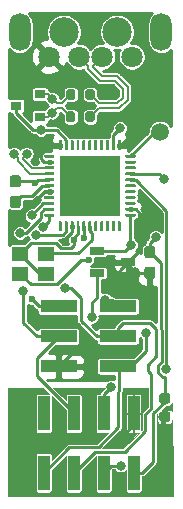
<source format=gbr>
%TF.GenerationSoftware,KiCad,Pcbnew,(5.1.9)-1*%
%TF.CreationDate,2021-04-16T13:15:18-04:00*%
%TF.ProjectId,mega_nrf24_usb,6d656761-5f6e-4726-9632-345f7573622e,rev?*%
%TF.SameCoordinates,Original*%
%TF.FileFunction,Copper,L1,Top*%
%TF.FilePolarity,Positive*%
%FSLAX46Y46*%
G04 Gerber Fmt 4.6, Leading zero omitted, Abs format (unit mm)*
G04 Created by KiCad (PCBNEW (5.1.9)-1) date 2021-04-16 13:15:18*
%MOMM*%
%LPD*%
G01*
G04 APERTURE LIST*
%TA.AperFunction,SMDPad,CuDef*%
%ADD10R,1.220000X0.650000*%
%TD*%
%TA.AperFunction,SMDPad,CuDef*%
%ADD11R,5.150000X5.150000*%
%TD*%
%TA.AperFunction,SMDPad,CuDef*%
%ADD12R,1.000000X3.000000*%
%TD*%
%TA.AperFunction,SMDPad,CuDef*%
%ADD13R,3.150000X1.000000*%
%TD*%
%TA.AperFunction,ComponentPad*%
%ADD14C,1.800000*%
%TD*%
%TA.AperFunction,ComponentPad*%
%ADD15C,2.500000*%
%TD*%
%TA.AperFunction,ComponentPad*%
%ADD16O,1.800000X3.200000*%
%TD*%
%TA.AperFunction,SMDPad,CuDef*%
%ADD17R,1.400000X1.200000*%
%TD*%
%TA.AperFunction,SMDPad,CuDef*%
%ADD18R,0.900000X0.800000*%
%TD*%
%TA.AperFunction,ComponentPad*%
%ADD19C,1.500000*%
%TD*%
%TA.AperFunction,ViaPad*%
%ADD20C,0.800000*%
%TD*%
%TA.AperFunction,ViaPad*%
%ADD21C,0.600000*%
%TD*%
%TA.AperFunction,Conductor*%
%ADD22C,0.250000*%
%TD*%
%TA.AperFunction,Conductor*%
%ADD23C,0.200000*%
%TD*%
%TA.AperFunction,Conductor*%
%ADD24C,0.038100*%
%TD*%
%TA.AperFunction,Conductor*%
%ADD25C,0.100000*%
%TD*%
%TA.AperFunction,Conductor*%
%ADD26C,0.254000*%
%TD*%
G04 APERTURE END LIST*
D10*
%TO.P,U2,3*%
%TO.N,+5V*%
X253653280Y-109222500D03*
%TO.P,U2,2*%
%TO.N,+3V3*%
X251033280Y-110172500D03*
%TO.P,U2,1*%
%TO.N,Earth*%
X251033280Y-108272500D03*
%TD*%
D11*
%TO.P,U1,45*%
%TO.N,N/C*%
X250418600Y-102755700D03*
%TO.P,U1,44*%
%TO.N,+5V*%
%TA.AperFunction,SMDPad,CuDef*%
G36*
G01*
X247793600Y-99693200D02*
X247793600Y-98943200D01*
G75*
G02*
X247856100Y-98880700I62500J0D01*
G01*
X247981100Y-98880700D01*
G75*
G02*
X248043600Y-98943200I0J-62500D01*
G01*
X248043600Y-99693200D01*
G75*
G02*
X247981100Y-99755700I-62500J0D01*
G01*
X247856100Y-99755700D01*
G75*
G02*
X247793600Y-99693200I0J62500D01*
G01*
G37*
%TD.AperFunction*%
%TO.P,U1,43*%
%TO.N,Earth*%
%TA.AperFunction,SMDPad,CuDef*%
G36*
G01*
X248293600Y-99693200D02*
X248293600Y-98943200D01*
G75*
G02*
X248356100Y-98880700I62500J0D01*
G01*
X248481100Y-98880700D01*
G75*
G02*
X248543600Y-98943200I0J-62500D01*
G01*
X248543600Y-99693200D01*
G75*
G02*
X248481100Y-99755700I-62500J0D01*
G01*
X248356100Y-99755700D01*
G75*
G02*
X248293600Y-99693200I0J62500D01*
G01*
G37*
%TD.AperFunction*%
%TO.P,U1,42*%
%TO.N,Net-(U1-Pad42)*%
%TA.AperFunction,SMDPad,CuDef*%
G36*
G01*
X248793600Y-99693200D02*
X248793600Y-98943200D01*
G75*
G02*
X248856100Y-98880700I62500J0D01*
G01*
X248981100Y-98880700D01*
G75*
G02*
X249043600Y-98943200I0J-62500D01*
G01*
X249043600Y-99693200D01*
G75*
G02*
X248981100Y-99755700I-62500J0D01*
G01*
X248856100Y-99755700D01*
G75*
G02*
X248793600Y-99693200I0J62500D01*
G01*
G37*
%TD.AperFunction*%
%TO.P,U1,41*%
%TO.N,Net-(U1-Pad41)*%
%TA.AperFunction,SMDPad,CuDef*%
G36*
G01*
X249293600Y-99693200D02*
X249293600Y-98943200D01*
G75*
G02*
X249356100Y-98880700I62500J0D01*
G01*
X249481100Y-98880700D01*
G75*
G02*
X249543600Y-98943200I0J-62500D01*
G01*
X249543600Y-99693200D01*
G75*
G02*
X249481100Y-99755700I-62500J0D01*
G01*
X249356100Y-99755700D01*
G75*
G02*
X249293600Y-99693200I0J62500D01*
G01*
G37*
%TD.AperFunction*%
%TO.P,U1,40*%
%TO.N,Net-(U1-Pad40)*%
%TA.AperFunction,SMDPad,CuDef*%
G36*
G01*
X249793600Y-99693200D02*
X249793600Y-98943200D01*
G75*
G02*
X249856100Y-98880700I62500J0D01*
G01*
X249981100Y-98880700D01*
G75*
G02*
X250043600Y-98943200I0J-62500D01*
G01*
X250043600Y-99693200D01*
G75*
G02*
X249981100Y-99755700I-62500J0D01*
G01*
X249856100Y-99755700D01*
G75*
G02*
X249793600Y-99693200I0J62500D01*
G01*
G37*
%TD.AperFunction*%
%TO.P,U1,39*%
%TO.N,Net-(U1-Pad39)*%
%TA.AperFunction,SMDPad,CuDef*%
G36*
G01*
X250293600Y-99693200D02*
X250293600Y-98943200D01*
G75*
G02*
X250356100Y-98880700I62500J0D01*
G01*
X250481100Y-98880700D01*
G75*
G02*
X250543600Y-98943200I0J-62500D01*
G01*
X250543600Y-99693200D01*
G75*
G02*
X250481100Y-99755700I-62500J0D01*
G01*
X250356100Y-99755700D01*
G75*
G02*
X250293600Y-99693200I0J62500D01*
G01*
G37*
%TD.AperFunction*%
%TO.P,U1,38*%
%TO.N,Net-(U1-Pad38)*%
%TA.AperFunction,SMDPad,CuDef*%
G36*
G01*
X250793600Y-99693200D02*
X250793600Y-98943200D01*
G75*
G02*
X250856100Y-98880700I62500J0D01*
G01*
X250981100Y-98880700D01*
G75*
G02*
X251043600Y-98943200I0J-62500D01*
G01*
X251043600Y-99693200D01*
G75*
G02*
X250981100Y-99755700I-62500J0D01*
G01*
X250856100Y-99755700D01*
G75*
G02*
X250793600Y-99693200I0J62500D01*
G01*
G37*
%TD.AperFunction*%
%TO.P,U1,37*%
%TO.N,Net-(U1-Pad37)*%
%TA.AperFunction,SMDPad,CuDef*%
G36*
G01*
X251293600Y-99693200D02*
X251293600Y-98943200D01*
G75*
G02*
X251356100Y-98880700I62500J0D01*
G01*
X251481100Y-98880700D01*
G75*
G02*
X251543600Y-98943200I0J-62500D01*
G01*
X251543600Y-99693200D01*
G75*
G02*
X251481100Y-99755700I-62500J0D01*
G01*
X251356100Y-99755700D01*
G75*
G02*
X251293600Y-99693200I0J62500D01*
G01*
G37*
%TD.AperFunction*%
%TO.P,U1,36*%
%TO.N,Net-(U1-Pad36)*%
%TA.AperFunction,SMDPad,CuDef*%
G36*
G01*
X251793600Y-99693200D02*
X251793600Y-98943200D01*
G75*
G02*
X251856100Y-98880700I62500J0D01*
G01*
X251981100Y-98880700D01*
G75*
G02*
X252043600Y-98943200I0J-62500D01*
G01*
X252043600Y-99693200D01*
G75*
G02*
X251981100Y-99755700I-62500J0D01*
G01*
X251856100Y-99755700D01*
G75*
G02*
X251793600Y-99693200I0J62500D01*
G01*
G37*
%TD.AperFunction*%
%TO.P,U1,35*%
%TO.N,Earth*%
%TA.AperFunction,SMDPad,CuDef*%
G36*
G01*
X252293600Y-99693200D02*
X252293600Y-98943200D01*
G75*
G02*
X252356100Y-98880700I62500J0D01*
G01*
X252481100Y-98880700D01*
G75*
G02*
X252543600Y-98943200I0J-62500D01*
G01*
X252543600Y-99693200D01*
G75*
G02*
X252481100Y-99755700I-62500J0D01*
G01*
X252356100Y-99755700D01*
G75*
G02*
X252293600Y-99693200I0J62500D01*
G01*
G37*
%TD.AperFunction*%
%TO.P,U1,34*%
%TO.N,+5V*%
%TA.AperFunction,SMDPad,CuDef*%
G36*
G01*
X252793600Y-99693200D02*
X252793600Y-98943200D01*
G75*
G02*
X252856100Y-98880700I62500J0D01*
G01*
X252981100Y-98880700D01*
G75*
G02*
X253043600Y-98943200I0J-62500D01*
G01*
X253043600Y-99693200D01*
G75*
G02*
X252981100Y-99755700I-62500J0D01*
G01*
X252856100Y-99755700D01*
G75*
G02*
X252793600Y-99693200I0J62500D01*
G01*
G37*
%TD.AperFunction*%
%TO.P,U1,33*%
%TO.N,Net-(TP1-Pad1)*%
%TA.AperFunction,SMDPad,CuDef*%
G36*
G01*
X253418600Y-100318200D02*
X253418600Y-100193200D01*
G75*
G02*
X253481100Y-100130700I62500J0D01*
G01*
X254231100Y-100130700D01*
G75*
G02*
X254293600Y-100193200I0J-62500D01*
G01*
X254293600Y-100318200D01*
G75*
G02*
X254231100Y-100380700I-62500J0D01*
G01*
X253481100Y-100380700D01*
G75*
G02*
X253418600Y-100318200I0J62500D01*
G01*
G37*
%TD.AperFunction*%
%TO.P,U1,32*%
%TO.N,Net-(U1-Pad32)*%
%TA.AperFunction,SMDPad,CuDef*%
G36*
G01*
X253418600Y-100818200D02*
X253418600Y-100693200D01*
G75*
G02*
X253481100Y-100630700I62500J0D01*
G01*
X254231100Y-100630700D01*
G75*
G02*
X254293600Y-100693200I0J-62500D01*
G01*
X254293600Y-100818200D01*
G75*
G02*
X254231100Y-100880700I-62500J0D01*
G01*
X253481100Y-100880700D01*
G75*
G02*
X253418600Y-100818200I0J62500D01*
G01*
G37*
%TD.AperFunction*%
%TO.P,U1,31*%
%TO.N,Net-(U1-Pad31)*%
%TA.AperFunction,SMDPad,CuDef*%
G36*
G01*
X253418600Y-101318200D02*
X253418600Y-101193200D01*
G75*
G02*
X253481100Y-101130700I62500J0D01*
G01*
X254231100Y-101130700D01*
G75*
G02*
X254293600Y-101193200I0J-62500D01*
G01*
X254293600Y-101318200D01*
G75*
G02*
X254231100Y-101380700I-62500J0D01*
G01*
X253481100Y-101380700D01*
G75*
G02*
X253418600Y-101318200I0J62500D01*
G01*
G37*
%TD.AperFunction*%
%TO.P,U1,30*%
%TO.N,/CSN_D10*%
%TA.AperFunction,SMDPad,CuDef*%
G36*
G01*
X253418600Y-101818200D02*
X253418600Y-101693200D01*
G75*
G02*
X253481100Y-101630700I62500J0D01*
G01*
X254231100Y-101630700D01*
G75*
G02*
X254293600Y-101693200I0J-62500D01*
G01*
X254293600Y-101818200D01*
G75*
G02*
X254231100Y-101880700I-62500J0D01*
G01*
X253481100Y-101880700D01*
G75*
G02*
X253418600Y-101818200I0J62500D01*
G01*
G37*
%TD.AperFunction*%
%TO.P,U1,29*%
%TO.N,/CE_D9*%
%TA.AperFunction,SMDPad,CuDef*%
G36*
G01*
X253418600Y-102318200D02*
X253418600Y-102193200D01*
G75*
G02*
X253481100Y-102130700I62500J0D01*
G01*
X254231100Y-102130700D01*
G75*
G02*
X254293600Y-102193200I0J-62500D01*
G01*
X254293600Y-102318200D01*
G75*
G02*
X254231100Y-102380700I-62500J0D01*
G01*
X253481100Y-102380700D01*
G75*
G02*
X253418600Y-102318200I0J62500D01*
G01*
G37*
%TD.AperFunction*%
%TO.P,U1,28*%
%TO.N,Net-(U1-Pad28)*%
%TA.AperFunction,SMDPad,CuDef*%
G36*
G01*
X253418600Y-102818200D02*
X253418600Y-102693200D01*
G75*
G02*
X253481100Y-102630700I62500J0D01*
G01*
X254231100Y-102630700D01*
G75*
G02*
X254293600Y-102693200I0J-62500D01*
G01*
X254293600Y-102818200D01*
G75*
G02*
X254231100Y-102880700I-62500J0D01*
G01*
X253481100Y-102880700D01*
G75*
G02*
X253418600Y-102818200I0J62500D01*
G01*
G37*
%TD.AperFunction*%
%TO.P,U1,27*%
%TO.N,Net-(U1-Pad27)*%
%TA.AperFunction,SMDPad,CuDef*%
G36*
G01*
X253418600Y-103318200D02*
X253418600Y-103193200D01*
G75*
G02*
X253481100Y-103130700I62500J0D01*
G01*
X254231100Y-103130700D01*
G75*
G02*
X254293600Y-103193200I0J-62500D01*
G01*
X254293600Y-103318200D01*
G75*
G02*
X254231100Y-103380700I-62500J0D01*
G01*
X253481100Y-103380700D01*
G75*
G02*
X253418600Y-103318200I0J62500D01*
G01*
G37*
%TD.AperFunction*%
%TO.P,U1,26*%
%TO.N,Net-(U1-Pad26)*%
%TA.AperFunction,SMDPad,CuDef*%
G36*
G01*
X253418600Y-103818200D02*
X253418600Y-103693200D01*
G75*
G02*
X253481100Y-103630700I62500J0D01*
G01*
X254231100Y-103630700D01*
G75*
G02*
X254293600Y-103693200I0J-62500D01*
G01*
X254293600Y-103818200D01*
G75*
G02*
X254231100Y-103880700I-62500J0D01*
G01*
X253481100Y-103880700D01*
G75*
G02*
X253418600Y-103818200I0J62500D01*
G01*
G37*
%TD.AperFunction*%
%TO.P,U1,25*%
%TO.N,Net-(U1-Pad25)*%
%TA.AperFunction,SMDPad,CuDef*%
G36*
G01*
X253418600Y-104318200D02*
X253418600Y-104193200D01*
G75*
G02*
X253481100Y-104130700I62500J0D01*
G01*
X254231100Y-104130700D01*
G75*
G02*
X254293600Y-104193200I0J-62500D01*
G01*
X254293600Y-104318200D01*
G75*
G02*
X254231100Y-104380700I-62500J0D01*
G01*
X253481100Y-104380700D01*
G75*
G02*
X253418600Y-104318200I0J62500D01*
G01*
G37*
%TD.AperFunction*%
%TO.P,U1,24*%
%TO.N,+5V*%
%TA.AperFunction,SMDPad,CuDef*%
G36*
G01*
X253418600Y-104818200D02*
X253418600Y-104693200D01*
G75*
G02*
X253481100Y-104630700I62500J0D01*
G01*
X254231100Y-104630700D01*
G75*
G02*
X254293600Y-104693200I0J-62500D01*
G01*
X254293600Y-104818200D01*
G75*
G02*
X254231100Y-104880700I-62500J0D01*
G01*
X253481100Y-104880700D01*
G75*
G02*
X253418600Y-104818200I0J62500D01*
G01*
G37*
%TD.AperFunction*%
%TO.P,U1,23*%
%TO.N,Earth*%
%TA.AperFunction,SMDPad,CuDef*%
G36*
G01*
X253418600Y-105318200D02*
X253418600Y-105193200D01*
G75*
G02*
X253481100Y-105130700I62500J0D01*
G01*
X254231100Y-105130700D01*
G75*
G02*
X254293600Y-105193200I0J-62500D01*
G01*
X254293600Y-105318200D01*
G75*
G02*
X254231100Y-105380700I-62500J0D01*
G01*
X253481100Y-105380700D01*
G75*
G02*
X253418600Y-105318200I0J62500D01*
G01*
G37*
%TD.AperFunction*%
%TO.P,U1,22*%
%TO.N,Net-(U1-Pad22)*%
%TA.AperFunction,SMDPad,CuDef*%
G36*
G01*
X252793600Y-106568200D02*
X252793600Y-105818200D01*
G75*
G02*
X252856100Y-105755700I62500J0D01*
G01*
X252981100Y-105755700D01*
G75*
G02*
X253043600Y-105818200I0J-62500D01*
G01*
X253043600Y-106568200D01*
G75*
G02*
X252981100Y-106630700I-62500J0D01*
G01*
X252856100Y-106630700D01*
G75*
G02*
X252793600Y-106568200I0J62500D01*
G01*
G37*
%TD.AperFunction*%
%TO.P,U1,21*%
%TO.N,Net-(U1-Pad21)*%
%TA.AperFunction,SMDPad,CuDef*%
G36*
G01*
X252293600Y-106568200D02*
X252293600Y-105818200D01*
G75*
G02*
X252356100Y-105755700I62500J0D01*
G01*
X252481100Y-105755700D01*
G75*
G02*
X252543600Y-105818200I0J-62500D01*
G01*
X252543600Y-106568200D01*
G75*
G02*
X252481100Y-106630700I-62500J0D01*
G01*
X252356100Y-106630700D01*
G75*
G02*
X252293600Y-106568200I0J62500D01*
G01*
G37*
%TD.AperFunction*%
%TO.P,U1,20*%
%TO.N,Net-(U1-Pad20)*%
%TA.AperFunction,SMDPad,CuDef*%
G36*
G01*
X251793600Y-106568200D02*
X251793600Y-105818200D01*
G75*
G02*
X251856100Y-105755700I62500J0D01*
G01*
X251981100Y-105755700D01*
G75*
G02*
X252043600Y-105818200I0J-62500D01*
G01*
X252043600Y-106568200D01*
G75*
G02*
X251981100Y-106630700I-62500J0D01*
G01*
X251856100Y-106630700D01*
G75*
G02*
X251793600Y-106568200I0J62500D01*
G01*
G37*
%TD.AperFunction*%
%TO.P,U1,19*%
%TO.N,Net-(U1-Pad19)*%
%TA.AperFunction,SMDPad,CuDef*%
G36*
G01*
X251293600Y-106568200D02*
X251293600Y-105818200D01*
G75*
G02*
X251356100Y-105755700I62500J0D01*
G01*
X251481100Y-105755700D01*
G75*
G02*
X251543600Y-105818200I0J-62500D01*
G01*
X251543600Y-106568200D01*
G75*
G02*
X251481100Y-106630700I-62500J0D01*
G01*
X251356100Y-106630700D01*
G75*
G02*
X251293600Y-106568200I0J62500D01*
G01*
G37*
%TD.AperFunction*%
%TO.P,U1,18*%
%TO.N,Net-(U1-Pad18)*%
%TA.AperFunction,SMDPad,CuDef*%
G36*
G01*
X250793600Y-106568200D02*
X250793600Y-105818200D01*
G75*
G02*
X250856100Y-105755700I62500J0D01*
G01*
X250981100Y-105755700D01*
G75*
G02*
X251043600Y-105818200I0J-62500D01*
G01*
X251043600Y-106568200D01*
G75*
G02*
X250981100Y-106630700I-62500J0D01*
G01*
X250856100Y-106630700D01*
G75*
G02*
X250793600Y-106568200I0J62500D01*
G01*
G37*
%TD.AperFunction*%
%TO.P,U1,17*%
%TO.N,Net-(U1-Pad17)*%
%TA.AperFunction,SMDPad,CuDef*%
G36*
G01*
X250293600Y-106568200D02*
X250293600Y-105818200D01*
G75*
G02*
X250356100Y-105755700I62500J0D01*
G01*
X250481100Y-105755700D01*
G75*
G02*
X250543600Y-105818200I0J-62500D01*
G01*
X250543600Y-106568200D01*
G75*
G02*
X250481100Y-106630700I-62500J0D01*
G01*
X250356100Y-106630700D01*
G75*
G02*
X250293600Y-106568200I0J62500D01*
G01*
G37*
%TD.AperFunction*%
%TO.P,U1,16*%
%TO.N,Net-(U1-Pad16)*%
%TA.AperFunction,SMDPad,CuDef*%
G36*
G01*
X249793600Y-106568200D02*
X249793600Y-105818200D01*
G75*
G02*
X249856100Y-105755700I62500J0D01*
G01*
X249981100Y-105755700D01*
G75*
G02*
X250043600Y-105818200I0J-62500D01*
G01*
X250043600Y-106568200D01*
G75*
G02*
X249981100Y-106630700I-62500J0D01*
G01*
X249856100Y-106630700D01*
G75*
G02*
X249793600Y-106568200I0J62500D01*
G01*
G37*
%TD.AperFunction*%
%TO.P,U1,15*%
%TO.N,Earth*%
%TA.AperFunction,SMDPad,CuDef*%
G36*
G01*
X249293600Y-106568200D02*
X249293600Y-105818200D01*
G75*
G02*
X249356100Y-105755700I62500J0D01*
G01*
X249481100Y-105755700D01*
G75*
G02*
X249543600Y-105818200I0J-62500D01*
G01*
X249543600Y-106568200D01*
G75*
G02*
X249481100Y-106630700I-62500J0D01*
G01*
X249356100Y-106630700D01*
G75*
G02*
X249293600Y-106568200I0J62500D01*
G01*
G37*
%TD.AperFunction*%
%TO.P,U1,14*%
%TO.N,+5V*%
%TA.AperFunction,SMDPad,CuDef*%
G36*
G01*
X248793600Y-106568200D02*
X248793600Y-105818200D01*
G75*
G02*
X248856100Y-105755700I62500J0D01*
G01*
X248981100Y-105755700D01*
G75*
G02*
X249043600Y-105818200I0J-62500D01*
G01*
X249043600Y-106568200D01*
G75*
G02*
X248981100Y-106630700I-62500J0D01*
G01*
X248856100Y-106630700D01*
G75*
G02*
X248793600Y-106568200I0J62500D01*
G01*
G37*
%TD.AperFunction*%
%TO.P,U1,13*%
%TO.N,/RST*%
%TA.AperFunction,SMDPad,CuDef*%
G36*
G01*
X248293600Y-106568200D02*
X248293600Y-105818200D01*
G75*
G02*
X248356100Y-105755700I62500J0D01*
G01*
X248481100Y-105755700D01*
G75*
G02*
X248543600Y-105818200I0J-62500D01*
G01*
X248543600Y-106568200D01*
G75*
G02*
X248481100Y-106630700I-62500J0D01*
G01*
X248356100Y-106630700D01*
G75*
G02*
X248293600Y-106568200I0J62500D01*
G01*
G37*
%TD.AperFunction*%
%TO.P,U1,12*%
%TO.N,Net-(U1-Pad12)*%
%TA.AperFunction,SMDPad,CuDef*%
G36*
G01*
X247793600Y-106568200D02*
X247793600Y-105818200D01*
G75*
G02*
X247856100Y-105755700I62500J0D01*
G01*
X247981100Y-105755700D01*
G75*
G02*
X248043600Y-105818200I0J-62500D01*
G01*
X248043600Y-106568200D01*
G75*
G02*
X247981100Y-106630700I-62500J0D01*
G01*
X247856100Y-106630700D01*
G75*
G02*
X247793600Y-106568200I0J62500D01*
G01*
G37*
%TD.AperFunction*%
%TO.P,U1,11*%
%TO.N,/MISO*%
%TA.AperFunction,SMDPad,CuDef*%
G36*
G01*
X246543600Y-105318200D02*
X246543600Y-105193200D01*
G75*
G02*
X246606100Y-105130700I62500J0D01*
G01*
X247356100Y-105130700D01*
G75*
G02*
X247418600Y-105193200I0J-62500D01*
G01*
X247418600Y-105318200D01*
G75*
G02*
X247356100Y-105380700I-62500J0D01*
G01*
X246606100Y-105380700D01*
G75*
G02*
X246543600Y-105318200I0J62500D01*
G01*
G37*
%TD.AperFunction*%
%TO.P,U1,10*%
%TO.N,/MOSI*%
%TA.AperFunction,SMDPad,CuDef*%
G36*
G01*
X246543600Y-104818200D02*
X246543600Y-104693200D01*
G75*
G02*
X246606100Y-104630700I62500J0D01*
G01*
X247356100Y-104630700D01*
G75*
G02*
X247418600Y-104693200I0J-62500D01*
G01*
X247418600Y-104818200D01*
G75*
G02*
X247356100Y-104880700I-62500J0D01*
G01*
X246606100Y-104880700D01*
G75*
G02*
X246543600Y-104818200I0J62500D01*
G01*
G37*
%TD.AperFunction*%
%TO.P,U1,9*%
%TO.N,/SCK*%
%TA.AperFunction,SMDPad,CuDef*%
G36*
G01*
X246543600Y-104318200D02*
X246543600Y-104193200D01*
G75*
G02*
X246606100Y-104130700I62500J0D01*
G01*
X247356100Y-104130700D01*
G75*
G02*
X247418600Y-104193200I0J-62500D01*
G01*
X247418600Y-104318200D01*
G75*
G02*
X247356100Y-104380700I-62500J0D01*
G01*
X246606100Y-104380700D01*
G75*
G02*
X246543600Y-104318200I0J62500D01*
G01*
G37*
%TD.AperFunction*%
%TO.P,U1,8*%
%TO.N,Net-(U1-Pad8)*%
%TA.AperFunction,SMDPad,CuDef*%
G36*
G01*
X246543600Y-103818200D02*
X246543600Y-103693200D01*
G75*
G02*
X246606100Y-103630700I62500J0D01*
G01*
X247356100Y-103630700D01*
G75*
G02*
X247418600Y-103693200I0J-62500D01*
G01*
X247418600Y-103818200D01*
G75*
G02*
X247356100Y-103880700I-62500J0D01*
G01*
X246606100Y-103880700D01*
G75*
G02*
X246543600Y-103818200I0J62500D01*
G01*
G37*
%TD.AperFunction*%
%TO.P,U1,7*%
%TO.N,+5V*%
%TA.AperFunction,SMDPad,CuDef*%
G36*
G01*
X246543600Y-103318200D02*
X246543600Y-103193200D01*
G75*
G02*
X246606100Y-103130700I62500J0D01*
G01*
X247356100Y-103130700D01*
G75*
G02*
X247418600Y-103193200I0J-62500D01*
G01*
X247418600Y-103318200D01*
G75*
G02*
X247356100Y-103380700I-62500J0D01*
G01*
X246606100Y-103380700D01*
G75*
G02*
X246543600Y-103318200I0J62500D01*
G01*
G37*
%TD.AperFunction*%
%TO.P,U1,6*%
%TO.N,Net-(C3-Pad2)*%
%TA.AperFunction,SMDPad,CuDef*%
G36*
G01*
X246543600Y-102818200D02*
X246543600Y-102693200D01*
G75*
G02*
X246606100Y-102630700I62500J0D01*
G01*
X247356100Y-102630700D01*
G75*
G02*
X247418600Y-102693200I0J-62500D01*
G01*
X247418600Y-102818200D01*
G75*
G02*
X247356100Y-102880700I-62500J0D01*
G01*
X246606100Y-102880700D01*
G75*
G02*
X246543600Y-102818200I0J62500D01*
G01*
G37*
%TD.AperFunction*%
%TO.P,U1,5*%
%TO.N,Earth*%
%TA.AperFunction,SMDPad,CuDef*%
G36*
G01*
X246543600Y-102318200D02*
X246543600Y-102193200D01*
G75*
G02*
X246606100Y-102130700I62500J0D01*
G01*
X247356100Y-102130700D01*
G75*
G02*
X247418600Y-102193200I0J-62500D01*
G01*
X247418600Y-102318200D01*
G75*
G02*
X247356100Y-102380700I-62500J0D01*
G01*
X246606100Y-102380700D01*
G75*
G02*
X246543600Y-102318200I0J62500D01*
G01*
G37*
%TD.AperFunction*%
%TO.P,U1,4*%
%TO.N,/d+*%
%TA.AperFunction,SMDPad,CuDef*%
G36*
G01*
X246543600Y-101818200D02*
X246543600Y-101693200D01*
G75*
G02*
X246606100Y-101630700I62500J0D01*
G01*
X247356100Y-101630700D01*
G75*
G02*
X247418600Y-101693200I0J-62500D01*
G01*
X247418600Y-101818200D01*
G75*
G02*
X247356100Y-101880700I-62500J0D01*
G01*
X246606100Y-101880700D01*
G75*
G02*
X246543600Y-101818200I0J62500D01*
G01*
G37*
%TD.AperFunction*%
%TO.P,U1,3*%
%TO.N,/d-*%
%TA.AperFunction,SMDPad,CuDef*%
G36*
G01*
X246543600Y-101318200D02*
X246543600Y-101193200D01*
G75*
G02*
X246606100Y-101130700I62500J0D01*
G01*
X247356100Y-101130700D01*
G75*
G02*
X247418600Y-101193200I0J-62500D01*
G01*
X247418600Y-101318200D01*
G75*
G02*
X247356100Y-101380700I-62500J0D01*
G01*
X246606100Y-101380700D01*
G75*
G02*
X246543600Y-101318200I0J62500D01*
G01*
G37*
%TD.AperFunction*%
%TO.P,U1,2*%
%TO.N,+5V*%
%TA.AperFunction,SMDPad,CuDef*%
G36*
G01*
X246543600Y-100818200D02*
X246543600Y-100693200D01*
G75*
G02*
X246606100Y-100630700I62500J0D01*
G01*
X247356100Y-100630700D01*
G75*
G02*
X247418600Y-100693200I0J-62500D01*
G01*
X247418600Y-100818200D01*
G75*
G02*
X247356100Y-100880700I-62500J0D01*
G01*
X246606100Y-100880700D01*
G75*
G02*
X246543600Y-100818200I0J62500D01*
G01*
G37*
%TD.AperFunction*%
%TO.P,U1,1*%
%TO.N,Net-(U1-Pad1)*%
%TA.AperFunction,SMDPad,CuDef*%
G36*
G01*
X246543600Y-100318200D02*
X246543600Y-100193200D01*
G75*
G02*
X246606100Y-100130700I62500J0D01*
G01*
X247356100Y-100130700D01*
G75*
G02*
X247418600Y-100193200I0J-62500D01*
G01*
X247418600Y-100318200D01*
G75*
G02*
X247356100Y-100380700I-62500J0D01*
G01*
X246606100Y-100380700D01*
G75*
G02*
X246543600Y-100318200I0J62500D01*
G01*
G37*
%TD.AperFunction*%
%TD*%
%TO.P,R2,2*%
%TO.N,/D-*%
%TA.AperFunction,SMDPad,CuDef*%
G36*
G01*
X250043000Y-95309100D02*
X250043000Y-94759100D01*
G75*
G02*
X250243000Y-94559100I200000J0D01*
G01*
X250643000Y-94559100D01*
G75*
G02*
X250843000Y-94759100I0J-200000D01*
G01*
X250843000Y-95309100D01*
G75*
G02*
X250643000Y-95509100I-200000J0D01*
G01*
X250243000Y-95509100D01*
G75*
G02*
X250043000Y-95309100I0J200000D01*
G01*
G37*
%TD.AperFunction*%
%TO.P,R2,1*%
%TO.N,/d-*%
%TA.AperFunction,SMDPad,CuDef*%
G36*
G01*
X248393000Y-95309100D02*
X248393000Y-94759100D01*
G75*
G02*
X248593000Y-94559100I200000J0D01*
G01*
X248993000Y-94559100D01*
G75*
G02*
X249193000Y-94759100I0J-200000D01*
G01*
X249193000Y-95309100D01*
G75*
G02*
X248993000Y-95509100I-200000J0D01*
G01*
X248593000Y-95509100D01*
G75*
G02*
X248393000Y-95309100I0J200000D01*
G01*
G37*
%TD.AperFunction*%
%TD*%
%TO.P,R1,2*%
%TO.N,/D+*%
%TA.AperFunction,SMDPad,CuDef*%
G36*
G01*
X250043000Y-97188700D02*
X250043000Y-96638700D01*
G75*
G02*
X250243000Y-96438700I200000J0D01*
G01*
X250643000Y-96438700D01*
G75*
G02*
X250843000Y-96638700I0J-200000D01*
G01*
X250843000Y-97188700D01*
G75*
G02*
X250643000Y-97388700I-200000J0D01*
G01*
X250243000Y-97388700D01*
G75*
G02*
X250043000Y-97188700I0J200000D01*
G01*
G37*
%TD.AperFunction*%
%TO.P,R1,1*%
%TO.N,/d+*%
%TA.AperFunction,SMDPad,CuDef*%
G36*
G01*
X248393000Y-97188700D02*
X248393000Y-96638700D01*
G75*
G02*
X248593000Y-96438700I200000J0D01*
G01*
X248993000Y-96438700D01*
G75*
G02*
X249193000Y-96638700I0J-200000D01*
G01*
X249193000Y-97188700D01*
G75*
G02*
X248993000Y-97388700I-200000J0D01*
G01*
X248593000Y-97388700D01*
G75*
G02*
X248393000Y-97188700I0J200000D01*
G01*
G37*
%TD.AperFunction*%
%TD*%
D12*
%TO.P,NRF,8*%
%TO.N,Net-(J1-Pad8)*%
X246507000Y-122028900D03*
%TO.P,NRF,7*%
%TO.N,/MISO*%
X246507000Y-127068900D03*
%TO.P,NRF,6*%
%TO.N,/MOSI*%
X249047000Y-122028900D03*
%TO.P,NRF,5*%
%TO.N,/SCK*%
X249047000Y-127068900D03*
%TO.P,NRF,4*%
%TO.N,/CSN_D10*%
X251587000Y-122028900D03*
%TO.P,NRF,3*%
%TO.N,/CE_D9*%
X251587000Y-127068900D03*
%TO.P,NRF,2*%
%TO.N,+3V3*%
X254127000Y-122028900D03*
%TO.P,NRF,1*%
%TO.N,Earth*%
X254127000Y-127068900D03*
%TD*%
D13*
%TO.P,ICSP1,6*%
%TO.N,Earth*%
X247771680Y-112976660D03*
%TO.P,ICSP1,5*%
%TO.N,/RST*%
X252821680Y-112976660D03*
%TO.P,ICSP1,4*%
%TO.N,/MOSI*%
X247771680Y-115516660D03*
%TO.P,ICSP1,3*%
%TO.N,/SCK*%
X252821680Y-115516660D03*
%TO.P,ICSP1,2*%
%TO.N,+5V*%
X247771680Y-118056660D03*
%TO.P,ICSP1,1*%
%TO.N,/MISO*%
X252821680Y-118056660D03*
%TD*%
%TO.P,C2,2*%
%TO.N,+5V*%
%TA.AperFunction,SMDPad,CuDef*%
G36*
G01*
X255266180Y-109608100D02*
X255741180Y-109608100D01*
G75*
G02*
X255978680Y-109845600I0J-237500D01*
G01*
X255978680Y-110420600D01*
G75*
G02*
X255741180Y-110658100I-237500J0D01*
G01*
X255266180Y-110658100D01*
G75*
G02*
X255028680Y-110420600I0J237500D01*
G01*
X255028680Y-109845600D01*
G75*
G02*
X255266180Y-109608100I237500J0D01*
G01*
G37*
%TD.AperFunction*%
%TO.P,C2,1*%
%TO.N,Earth*%
%TA.AperFunction,SMDPad,CuDef*%
G36*
G01*
X255266180Y-107858100D02*
X255741180Y-107858100D01*
G75*
G02*
X255978680Y-108095600I0J-237500D01*
G01*
X255978680Y-108670600D01*
G75*
G02*
X255741180Y-108908100I-237500J0D01*
G01*
X255266180Y-108908100D01*
G75*
G02*
X255028680Y-108670600I0J237500D01*
G01*
X255028680Y-108095600D01*
G75*
G02*
X255266180Y-107858100I237500J0D01*
G01*
G37*
%TD.AperFunction*%
%TD*%
D14*
%TO.P,J2,1*%
%TO.N,+5V*%
X246971500Y-91825500D03*
%TO.P,J2,2*%
%TO.N,/D-*%
X249471500Y-91825500D03*
%TO.P,J2,3*%
%TO.N,/D+*%
X251471500Y-91825500D03*
%TO.P,J2,4*%
%TO.N,Earth*%
X253971500Y-91825500D03*
D15*
%TO.P,J2,SH*%
%TO.N,N/C*%
X248221500Y-89725500D03*
X252721500Y-89725500D03*
D16*
X244471500Y-89725500D03*
X256471500Y-89725500D03*
%TD*%
D17*
%TO.P,Y1,4*%
%TO.N,Earth*%
X246735600Y-110201180D03*
%TO.P,Y1,3*%
%TO.N,Net-(U1-Pad16)*%
X244535600Y-110201180D03*
%TO.P,Y1,2*%
%TO.N,Earth*%
X244535600Y-108501180D03*
%TO.P,Y1,1*%
%TO.N,Net-(U1-Pad17)*%
X246735600Y-108501180D03*
%TD*%
D18*
%TO.P,D3,3*%
%TO.N,Earth*%
X244202200Y-95973940D03*
%TO.P,D3,2*%
%TO.N,/d-*%
X246202200Y-95023940D03*
%TO.P,D3,1*%
%TO.N,/d+*%
X246202200Y-96923940D03*
%TD*%
%TO.P,C3,2*%
%TO.N,Net-(C3-Pad2)*%
%TA.AperFunction,SMDPad,CuDef*%
G36*
G01*
X243871740Y-103608620D02*
X244346740Y-103608620D01*
G75*
G02*
X244584240Y-103846120I0J-237500D01*
G01*
X244584240Y-104421120D01*
G75*
G02*
X244346740Y-104658620I-237500J0D01*
G01*
X243871740Y-104658620D01*
G75*
G02*
X243634240Y-104421120I0J237500D01*
G01*
X243634240Y-103846120D01*
G75*
G02*
X243871740Y-103608620I237500J0D01*
G01*
G37*
%TD.AperFunction*%
%TO.P,C3,1*%
%TO.N,Earth*%
%TA.AperFunction,SMDPad,CuDef*%
G36*
G01*
X243871740Y-101858620D02*
X244346740Y-101858620D01*
G75*
G02*
X244584240Y-102096120I0J-237500D01*
G01*
X244584240Y-102671120D01*
G75*
G02*
X244346740Y-102908620I-237500J0D01*
G01*
X243871740Y-102908620D01*
G75*
G02*
X243634240Y-102671120I0J237500D01*
G01*
X243634240Y-102096120D01*
G75*
G02*
X243871740Y-101858620I237500J0D01*
G01*
G37*
%TD.AperFunction*%
%TD*%
D19*
%TO.P,TP1,1*%
%TO.N,Net-(TP1-Pad1)*%
X256362200Y-98183700D03*
%TD*%
%TO.P,C1,2*%
%TO.N,Earth*%
%TA.AperFunction,SMDPad,CuDef*%
G36*
G01*
X257018600Y-121213700D02*
X256518600Y-121213700D01*
G75*
G02*
X256293600Y-120988700I0J225000D01*
G01*
X256293600Y-120538700D01*
G75*
G02*
X256518600Y-120313700I225000J0D01*
G01*
X257018600Y-120313700D01*
G75*
G02*
X257243600Y-120538700I0J-225000D01*
G01*
X257243600Y-120988700D01*
G75*
G02*
X257018600Y-121213700I-225000J0D01*
G01*
G37*
%TD.AperFunction*%
%TO.P,C1,1*%
%TO.N,+3V3*%
%TA.AperFunction,SMDPad,CuDef*%
G36*
G01*
X257018600Y-122763700D02*
X256518600Y-122763700D01*
G75*
G02*
X256293600Y-122538700I0J225000D01*
G01*
X256293600Y-122088700D01*
G75*
G02*
X256518600Y-121863700I225000J0D01*
G01*
X257018600Y-121863700D01*
G75*
G02*
X257243600Y-122088700I0J-225000D01*
G01*
X257243600Y-122538700D01*
G75*
G02*
X257018600Y-122763700I-225000J0D01*
G01*
G37*
%TD.AperFunction*%
%TD*%
D20*
%TO.N,+5V*%
X254248920Y-110060740D03*
X254020320Y-98371660D03*
X246787547Y-99531047D03*
D21*
X248301513Y-107464462D03*
D20*
X244236240Y-105397300D03*
X252948440Y-110538260D03*
X255264920Y-112996980D03*
X251597160Y-117004258D03*
%TO.N,+3V3*%
X250560840Y-113870740D03*
X253014480Y-124137420D03*
X256500276Y-123659900D03*
%TO.N,/CSN_D10*%
X252232160Y-119778780D03*
X256661920Y-102222300D03*
%TO.N,/CE_D9*%
X253024640Y-126448820D03*
X256902690Y-118289399D03*
D21*
%TO.N,Net-(U1-Pad16)*%
X249909729Y-107171746D03*
X250312060Y-109036018D03*
D20*
%TO.N,/RST*%
X245844099Y-106946369D03*
X251710711Y-112410560D03*
%TO.N,/MISO*%
X246476366Y-106234100D03*
X255162723Y-115193907D03*
%TO.N,/MOSI*%
X244789960Y-111640620D03*
X244489288Y-106748580D03*
%TO.N,/SCK*%
X248300240Y-111417100D03*
X245483045Y-105274258D03*
%TO.N,Earth*%
X252984000Y-97889060D03*
D21*
X245496080Y-112361980D03*
X249048678Y-107375761D03*
D20*
X255984510Y-107099100D03*
X253893600Y-107762190D03*
D21*
X245798416Y-102490086D03*
D20*
X246735600Y-110201180D03*
X246303800Y-98061780D03*
%TO.N,/d+*%
X247233160Y-96567980D03*
X244009800Y-100048060D03*
%TO.N,/d-*%
X247243281Y-95390019D03*
X245059800Y-100048060D03*
%TD*%
D22*
%TO.N,+5V*%
X255503680Y-110133100D02*
X254486440Y-110133100D01*
X247000394Y-99318200D02*
X247918600Y-99318200D01*
X246266190Y-100458996D02*
X246266190Y-100052404D01*
X246266190Y-100052404D02*
X246787547Y-99531047D01*
X246562894Y-100755700D02*
X246266190Y-100458996D01*
X246981100Y-100755700D02*
X246562894Y-100755700D01*
X253073780Y-99318200D02*
X254020320Y-98371660D01*
X252918600Y-99318200D02*
X253073780Y-99318200D01*
X246787547Y-99531047D02*
X247000394Y-99318200D01*
X253653280Y-109465100D02*
X254248920Y-110060740D01*
X253653280Y-109222500D02*
X253653280Y-109465100D01*
X248301513Y-107297588D02*
X248301513Y-107464462D01*
X248918600Y-106193200D02*
X248918600Y-106680501D01*
X248918600Y-106680501D02*
X248301513Y-107297588D01*
X253856100Y-104755700D02*
X254293120Y-104755700D01*
X254571010Y-108304770D02*
X253653280Y-109222500D01*
X254571010Y-105033590D02*
X254571010Y-108304770D01*
X254293120Y-104755700D02*
X254571010Y-105033590D01*
X244402000Y-105397300D02*
X244236240Y-105397300D01*
X246981100Y-103255700D02*
X246543600Y-103255700D01*
X246543600Y-103255700D02*
X244402000Y-105397300D01*
X252948440Y-109927340D02*
X253653280Y-109222500D01*
X252948440Y-110538260D02*
X252948440Y-109927340D01*
X248824082Y-117004258D02*
X247771680Y-118056660D01*
X251597160Y-117004258D02*
X248824082Y-117004258D01*
%TO.N,+3V3*%
X251033280Y-110172500D02*
X251033280Y-112190738D01*
X250560840Y-112663178D02*
X250560840Y-113870740D01*
X251033280Y-112190738D02*
X250560840Y-112663178D01*
X254127000Y-123024900D02*
X254127000Y-122028900D01*
X253014480Y-124137420D02*
X254127000Y-123024900D01*
X256500276Y-122582024D02*
X256768600Y-122313700D01*
X256500276Y-123659900D02*
X256500276Y-122582024D01*
%TO.N,/CSN_D10*%
X251587000Y-120423940D02*
X252232160Y-119778780D01*
X251587000Y-122028900D02*
X251587000Y-120423940D01*
X256661920Y-102222300D02*
X256661920Y-102100380D01*
X256317240Y-101755700D02*
X253856100Y-101755700D01*
X256661920Y-102100380D02*
X256317240Y-101755700D01*
%TO.N,/CE_D9*%
X252207080Y-126448820D02*
X251587000Y-127068900D01*
X253024640Y-126448820D02*
X252207080Y-126448820D01*
X253856100Y-102255700D02*
X254293600Y-102255700D01*
X254293600Y-102255700D02*
X256902700Y-104864800D01*
X256902700Y-104864800D02*
X256902700Y-118289389D01*
X256902700Y-118289389D02*
X256902690Y-118289399D01*
%TO.N,Net-(U1-Pad17)*%
X250418600Y-106193200D02*
X250418600Y-106680501D01*
X246735600Y-108501180D02*
X246758773Y-108478007D01*
X249456749Y-108478007D02*
X250584521Y-107350235D01*
X246758773Y-108478007D02*
X249456749Y-108478007D01*
X250584521Y-107350235D02*
X250584521Y-106796621D01*
X250584521Y-106796621D02*
X250418600Y-106630700D01*
X250418600Y-106630700D02*
X250418600Y-106193200D01*
%TO.N,Net-(U1-Pad16)*%
X249918600Y-106193200D02*
X249918600Y-106611406D01*
X249918600Y-106193200D02*
X249918600Y-107161600D01*
X249918600Y-107161600D02*
X249876900Y-107203300D01*
X249705336Y-109036018D02*
X250312060Y-109036018D01*
X244535600Y-110201180D02*
X245413001Y-111078581D01*
X245413001Y-111078581D02*
X247662773Y-111078581D01*
X247662773Y-111078581D02*
X249705336Y-109036018D01*
%TO.N,/RST*%
X248418600Y-106611406D02*
X248120019Y-106909987D01*
X246803139Y-106909987D02*
X246766757Y-106946369D01*
X246766757Y-106946369D02*
X245844099Y-106946369D01*
X248120019Y-106909987D02*
X246803139Y-106909987D01*
X248418600Y-106193200D02*
X248418600Y-106611406D01*
X252821680Y-112976660D02*
X252255580Y-112410560D01*
X252255580Y-112410560D02*
X251710711Y-112410560D01*
%TO.N,/MISO*%
X252909562Y-118144542D02*
X252909562Y-120103934D01*
X248686812Y-124889088D02*
X246507000Y-127068900D01*
X252821680Y-118056660D02*
X252909562Y-118144542D01*
X252909562Y-120103934D02*
X252821680Y-120191816D01*
X252821680Y-123222902D02*
X251155494Y-124889088D01*
X252821680Y-120191816D02*
X252821680Y-123222902D01*
X251155494Y-124889088D02*
X248686812Y-124889088D01*
X246981100Y-105255700D02*
X246981100Y-105729366D01*
X246981100Y-105729366D02*
X246476366Y-106234100D01*
X253896680Y-118056660D02*
X255162723Y-116790617D01*
X255162723Y-116790617D02*
X255162723Y-115193907D01*
X252821680Y-118056660D02*
X253896680Y-118056660D01*
%TO.N,/MOSI*%
X244789960Y-114359940D02*
X244789960Y-111640620D01*
X245946680Y-115516660D02*
X244789960Y-114359940D01*
X247771680Y-115516660D02*
X245946680Y-115516660D01*
X245919279Y-118901179D02*
X249047000Y-122028900D01*
X245919279Y-117369061D02*
X245919279Y-118901179D01*
X247771680Y-115516660D02*
X245919279Y-117369061D01*
X246266190Y-105052404D02*
X246266190Y-105480783D01*
X246562894Y-104755700D02*
X246266190Y-105052404D01*
X244998393Y-106748580D02*
X244489288Y-106748580D01*
X246266190Y-105480783D02*
X244998393Y-106748580D01*
X246981100Y-104755700D02*
X246562894Y-104755700D01*
%TO.N,/SCK*%
X252821680Y-115516660D02*
X252787358Y-115516660D01*
X252821680Y-115516660D02*
X250996680Y-115516660D01*
X249685318Y-112236493D02*
X248865925Y-111417100D01*
X248865925Y-111417100D02*
X248300240Y-111417100D01*
X249685318Y-114205298D02*
X249685318Y-112236493D01*
X250996680Y-115516660D02*
X249685318Y-114205298D01*
X246981100Y-104255700D02*
X246493799Y-104255700D01*
X246493799Y-104255700D02*
X245483045Y-105266454D01*
X245483045Y-105266454D02*
X245483045Y-105274258D01*
X252821680Y-114766660D02*
X252821680Y-115516660D01*
X255534160Y-114383820D02*
X253204520Y-114383820D01*
X253363723Y-125291499D02*
X255129988Y-123525234D01*
X255129988Y-122112343D02*
X255613779Y-121628552D01*
X256016190Y-117203656D02*
X256016190Y-114865850D01*
X256016190Y-114865850D02*
X255534160Y-114383820D01*
X255613779Y-121628552D02*
X255613779Y-118725693D01*
X255319710Y-117900136D02*
X256016190Y-117203656D01*
X249047000Y-127068900D02*
X250824401Y-125291499D01*
X255613779Y-118725693D02*
X255319710Y-118431624D01*
X250824401Y-125291499D02*
X253363723Y-125291499D01*
X255129988Y-123525234D02*
X255129988Y-122112343D01*
X255319710Y-118431624D02*
X255319710Y-117900136D01*
X253204520Y-114383820D02*
X252821680Y-114766660D01*
%TO.N,Net-(C3-Pad2)*%
X246981100Y-102755700D02*
X246349386Y-102755700D01*
X245490396Y-103614690D02*
X244628170Y-103614690D01*
X244628170Y-103614690D02*
X244109240Y-104133620D01*
X246349386Y-102755700D02*
X245490396Y-103614690D01*
D23*
%TO.N,/D+*%
X251471500Y-91825500D02*
X250696500Y-92600500D01*
X250696500Y-92600500D02*
X250696500Y-92707800D01*
X250696500Y-92707800D02*
X251426200Y-93437500D01*
X251426200Y-93437500D02*
X252696200Y-93437500D01*
X252696200Y-93437500D02*
X253640800Y-94382100D01*
X253640800Y-94382100D02*
X253640800Y-95482900D01*
X252924800Y-96198900D02*
X251157800Y-96198900D01*
X251157800Y-96198900D02*
X250443000Y-96913700D01*
X253640800Y-95482900D02*
X252924800Y-96198900D01*
%TO.N,/D-*%
X249471500Y-91825500D02*
X250246500Y-92600500D01*
X250246500Y-92600500D02*
X250246500Y-92894200D01*
X250246500Y-92894200D02*
X251239800Y-93887500D01*
X251239800Y-93887500D02*
X252509800Y-93887500D01*
X252509800Y-93887500D02*
X253190800Y-94568500D01*
X253190800Y-94568500D02*
X253190800Y-95296500D01*
X251157800Y-95748900D02*
X250443000Y-95034100D01*
X252738400Y-95748900D02*
X251157800Y-95748900D01*
X253190800Y-95296500D02*
X252738400Y-95748900D01*
D22*
%TO.N,Earth*%
X244202200Y-96623940D02*
X245640040Y-98061780D01*
X244202200Y-95973940D02*
X244202200Y-96623940D01*
X248418600Y-98880700D02*
X248418600Y-99318200D01*
X247599680Y-98061780D02*
X248418600Y-98880700D01*
X245640040Y-98061780D02*
X246303800Y-98061780D01*
X252418600Y-98454460D02*
X252984000Y-97889060D01*
X252418600Y-99318200D02*
X252418600Y-98454460D01*
X246110760Y-112976660D02*
X245496080Y-112361980D01*
X247771680Y-112976660D02*
X246110760Y-112976660D01*
X249048678Y-107160831D02*
X249048678Y-107375761D01*
X249418600Y-106790909D02*
X249048678Y-107160831D01*
X249418600Y-106193200D02*
X249418600Y-106790909D01*
X255503680Y-108383100D02*
X255503680Y-107579930D01*
X255503680Y-107579930D02*
X255984510Y-107099100D01*
X251033280Y-108272500D02*
X253383290Y-108272500D01*
X253383290Y-108272500D02*
X253893600Y-107762190D01*
X253856100Y-105255700D02*
X253856100Y-107724690D01*
X253856100Y-107724690D02*
X253893600Y-107762190D01*
X256500290Y-114989270D02*
X256418600Y-114907580D01*
X256225289Y-118614552D02*
X256225289Y-117964246D01*
X256500290Y-117689245D02*
X256500290Y-114989270D01*
X256768600Y-118966800D02*
X256577537Y-118966800D01*
X256768600Y-120763700D02*
X256768600Y-118966800D01*
X256577537Y-118966800D02*
X256225289Y-118614552D01*
X256225289Y-117964246D02*
X256500290Y-117689245D01*
X256418600Y-109298020D02*
X255503680Y-108383100D01*
X256418600Y-114907580D02*
X256418600Y-109298020D01*
X248008171Y-108055290D02*
X248793413Y-108055290D01*
X248793413Y-108055290D02*
X249048678Y-107800025D01*
X249048678Y-107800025D02*
X249048678Y-107375761D01*
X245413001Y-107623779D02*
X247576660Y-107623779D01*
X247576660Y-107623779D02*
X248008171Y-108055290D01*
X244535600Y-108501180D02*
X245413001Y-107623779D01*
X246032802Y-102255700D02*
X245798416Y-102490086D01*
X246981100Y-102255700D02*
X246032802Y-102255700D01*
X245691950Y-102383620D02*
X245798416Y-102490086D01*
X244109240Y-102383620D02*
X245691950Y-102383620D01*
X246235600Y-110201180D02*
X246735600Y-110201180D01*
X244535600Y-108501180D02*
X246235600Y-110201180D01*
X246303800Y-98061780D02*
X247599680Y-98061780D01*
X254127000Y-127068900D02*
X254877000Y-127068900D01*
X256768600Y-121042826D02*
X256768600Y-120763700D01*
X254877000Y-127068900D02*
X255786399Y-126159501D01*
X255786399Y-126159501D02*
X255786399Y-122025027D01*
X255786399Y-122025027D02*
X256768600Y-121042826D01*
%TO.N,Net-(TP1-Pad1)*%
X255928100Y-98183700D02*
X256362200Y-98183700D01*
X253856100Y-100255700D02*
X255928100Y-98183700D01*
D23*
%TO.N,/d+*%
X248078160Y-96198940D02*
X248078200Y-96198900D01*
X246202200Y-96923940D02*
X246152200Y-96923940D01*
X248793000Y-96913700D02*
X248078200Y-96198900D01*
X247602201Y-96198940D02*
X248078160Y-96198940D01*
X246202200Y-96923940D02*
X246877201Y-96923940D01*
X246877201Y-96923940D02*
X247233160Y-96567980D01*
X247233160Y-96567980D02*
X247602201Y-96198940D01*
X244309800Y-100348060D02*
X244309800Y-100688740D01*
X244009800Y-100048060D02*
X244309800Y-100348060D01*
X246956100Y-101730700D02*
X246981100Y-101755700D01*
X245351760Y-101730700D02*
X246956100Y-101730700D01*
X244309800Y-100688740D02*
X245351760Y-101730700D01*
%TO.N,/d-*%
X248793000Y-95034100D02*
X248078200Y-95748900D01*
X247602201Y-95748940D02*
X248078160Y-95748940D01*
X246202200Y-95023940D02*
X246877201Y-95023940D01*
X246877201Y-95023940D02*
X247243281Y-95390019D01*
X248078160Y-95748940D02*
X248078200Y-95748900D01*
X246202200Y-95023940D02*
X246152200Y-95023940D01*
X247243281Y-95390019D02*
X247602201Y-95748940D01*
X244759800Y-100348060D02*
X244759800Y-100502340D01*
X245059800Y-100048060D02*
X244759800Y-100348060D01*
X246956100Y-101280700D02*
X246981100Y-101255700D01*
X245538160Y-101280700D02*
X246956100Y-101280700D01*
X244759800Y-100502340D02*
X245538160Y-101280700D01*
%TD*%
D24*
%TO.N,+3V3*%
X246955478Y-120356621D02*
X246007000Y-120356621D01*
X245973390Y-120359931D01*
X245941072Y-120369735D01*
X245911287Y-120385655D01*
X245885180Y-120407080D01*
X245863755Y-120433187D01*
X245847835Y-120462972D01*
X245838031Y-120495290D01*
X245834721Y-120528900D01*
X245834721Y-123528900D01*
X245838031Y-123562510D01*
X245847835Y-123594828D01*
X245863755Y-123624613D01*
X245885180Y-123650720D01*
X245911287Y-123672145D01*
X245941072Y-123688065D01*
X245973390Y-123697869D01*
X246007000Y-123701179D01*
X247007000Y-123701179D01*
X247040610Y-123697869D01*
X247072928Y-123688065D01*
X247102713Y-123672145D01*
X247128820Y-123650720D01*
X247150245Y-123624613D01*
X247166165Y-123594828D01*
X247175969Y-123562510D01*
X247179279Y-123528900D01*
X247179279Y-120580422D01*
X248374721Y-121775865D01*
X248374721Y-123528900D01*
X248378031Y-123562510D01*
X248387835Y-123594828D01*
X248403755Y-123624613D01*
X248425180Y-123650720D01*
X248451287Y-123672145D01*
X248481072Y-123688065D01*
X248513390Y-123697869D01*
X248547000Y-123701179D01*
X249547000Y-123701179D01*
X249580610Y-123697869D01*
X249612928Y-123688065D01*
X249642713Y-123672145D01*
X249668820Y-123650720D01*
X249690245Y-123624613D01*
X249706165Y-123594828D01*
X249715969Y-123562510D01*
X249719279Y-123528900D01*
X249719279Y-120528900D01*
X249715969Y-120495290D01*
X249706165Y-120462972D01*
X249690245Y-120433187D01*
X249668820Y-120407080D01*
X249642713Y-120385655D01*
X249612928Y-120369735D01*
X249580610Y-120359931D01*
X249547000Y-120356621D01*
X248547000Y-120356621D01*
X248513390Y-120359931D01*
X248481072Y-120369735D01*
X248451287Y-120385655D01*
X248425180Y-120407080D01*
X248403755Y-120433187D01*
X248387835Y-120462972D01*
X248378031Y-120495290D01*
X248374721Y-120528900D01*
X248374721Y-120937377D01*
X247280894Y-119843550D01*
X251662398Y-119843550D01*
X251676625Y-119915072D01*
X251387672Y-120204025D01*
X251376365Y-120213304D01*
X251367085Y-120224612D01*
X251367084Y-120224613D01*
X251339319Y-120258445D01*
X251311792Y-120309945D01*
X251297633Y-120356621D01*
X251087000Y-120356621D01*
X251053390Y-120359931D01*
X251021072Y-120369735D01*
X250991287Y-120385655D01*
X250965180Y-120407080D01*
X250943755Y-120433187D01*
X250927835Y-120462972D01*
X250918031Y-120495290D01*
X250914721Y-120528900D01*
X250914721Y-123528900D01*
X250918031Y-123562510D01*
X250927835Y-123594828D01*
X250943755Y-123624613D01*
X250965180Y-123650720D01*
X250991287Y-123672145D01*
X251021072Y-123688065D01*
X251053390Y-123697869D01*
X251087000Y-123701179D01*
X251924160Y-123701179D01*
X251032701Y-124592638D01*
X248701368Y-124592638D01*
X248686812Y-124591204D01*
X248672255Y-124592638D01*
X248672253Y-124592638D01*
X248628698Y-124596928D01*
X248589767Y-124608737D01*
X248572816Y-124613879D01*
X248521316Y-124641407D01*
X248503532Y-124656003D01*
X248476176Y-124678452D01*
X248466892Y-124689765D01*
X247179279Y-125977378D01*
X247179279Y-125568900D01*
X247175969Y-125535290D01*
X247166165Y-125502972D01*
X247150245Y-125473187D01*
X247128820Y-125447080D01*
X247102713Y-125425655D01*
X247072928Y-125409735D01*
X247040610Y-125399931D01*
X247007000Y-125396621D01*
X246007000Y-125396621D01*
X245973390Y-125399931D01*
X245941072Y-125409735D01*
X245911287Y-125425655D01*
X245885180Y-125447080D01*
X245863755Y-125473187D01*
X245847835Y-125502972D01*
X245838031Y-125535290D01*
X245834721Y-125568900D01*
X245834721Y-128568900D01*
X245838031Y-128602510D01*
X245847835Y-128634828D01*
X245863755Y-128664613D01*
X245885180Y-128690720D01*
X245911287Y-128712145D01*
X245941072Y-128728065D01*
X245973390Y-128737869D01*
X246007000Y-128741179D01*
X247007000Y-128741179D01*
X247040610Y-128737869D01*
X247072928Y-128728065D01*
X247102713Y-128712145D01*
X247128820Y-128690720D01*
X247150245Y-128664613D01*
X247166165Y-128634828D01*
X247175969Y-128602510D01*
X247179279Y-128568900D01*
X247179279Y-126815864D01*
X248374721Y-125620422D01*
X248374721Y-128568900D01*
X248378031Y-128602510D01*
X248387835Y-128634828D01*
X248403755Y-128664613D01*
X248425180Y-128690720D01*
X248451287Y-128712145D01*
X248481072Y-128728065D01*
X248513390Y-128737869D01*
X248547000Y-128741179D01*
X249547000Y-128741179D01*
X249580610Y-128737869D01*
X249612928Y-128728065D01*
X249642713Y-128712145D01*
X249668820Y-128690720D01*
X249690245Y-128664613D01*
X249706165Y-128634828D01*
X249715969Y-128602510D01*
X249719279Y-128568900D01*
X249719279Y-126815864D01*
X250914721Y-125620422D01*
X250914721Y-128568900D01*
X250918031Y-128602510D01*
X250927835Y-128634828D01*
X250943755Y-128664613D01*
X250965180Y-128690720D01*
X250991287Y-128712145D01*
X251021072Y-128728065D01*
X251053390Y-128737869D01*
X251087000Y-128741179D01*
X252087000Y-128741179D01*
X252120610Y-128737869D01*
X252152928Y-128728065D01*
X252182713Y-128712145D01*
X252208820Y-128690720D01*
X252230245Y-128664613D01*
X252246165Y-128634828D01*
X252255969Y-128602510D01*
X252259279Y-128568900D01*
X252259279Y-126815864D01*
X252329873Y-126745270D01*
X252535445Y-126745270D01*
X252580766Y-126813098D01*
X252660362Y-126892694D01*
X252753957Y-126955232D01*
X252857954Y-126998309D01*
X252968357Y-127020270D01*
X253080923Y-127020270D01*
X253191326Y-126998309D01*
X253295323Y-126955232D01*
X253388918Y-126892694D01*
X253454721Y-126826891D01*
X253454721Y-128568900D01*
X253458031Y-128602510D01*
X253467835Y-128634828D01*
X253483755Y-128664613D01*
X253505180Y-128690720D01*
X253531287Y-128712145D01*
X253561072Y-128728065D01*
X253593390Y-128737869D01*
X253627000Y-128741179D01*
X254627000Y-128741179D01*
X254660610Y-128737869D01*
X254692928Y-128728065D01*
X254722713Y-128712145D01*
X254748820Y-128690720D01*
X254770245Y-128664613D01*
X254786165Y-128634828D01*
X254795969Y-128602510D01*
X254799279Y-128568900D01*
X254799279Y-127365350D01*
X254862444Y-127365350D01*
X254877000Y-127366784D01*
X254891556Y-127365350D01*
X254891559Y-127365350D01*
X254935114Y-127361060D01*
X254990995Y-127344109D01*
X255042495Y-127316581D01*
X255087636Y-127279536D01*
X255096920Y-127268223D01*
X255985728Y-126379416D01*
X255997035Y-126370137D01*
X256034080Y-126324996D01*
X256061608Y-126273496D01*
X256078559Y-126217615D01*
X256082849Y-126174060D01*
X256082849Y-126174058D01*
X256084283Y-126159502D01*
X256082849Y-126144946D01*
X256082849Y-122763700D01*
X256147647Y-122763700D01*
X256150451Y-122792174D01*
X256158757Y-122819554D01*
X256172245Y-122844787D01*
X256190396Y-122866904D01*
X256212513Y-122885055D01*
X256237746Y-122898543D01*
X256265126Y-122906849D01*
X256293600Y-122909653D01*
X256688238Y-122908950D01*
X256724550Y-122872638D01*
X256724550Y-122357750D01*
X256184662Y-122357750D01*
X256148350Y-122394062D01*
X256147647Y-122763700D01*
X256082849Y-122763700D01*
X256082849Y-122147820D01*
X256148063Y-122082606D01*
X256148350Y-122233338D01*
X256184662Y-122269650D01*
X256724550Y-122269650D01*
X256724550Y-121754762D01*
X256688238Y-121718450D01*
X256512533Y-121718137D01*
X256844691Y-121385979D01*
X257018600Y-121385979D01*
X257096105Y-121378345D01*
X257170632Y-121355738D01*
X257239316Y-121319025D01*
X257299519Y-121269619D01*
X257348925Y-121209416D01*
X257373776Y-121162923D01*
X257380914Y-121815991D01*
X257378443Y-121807846D01*
X257364955Y-121782613D01*
X257346804Y-121760496D01*
X257324687Y-121742345D01*
X257299454Y-121728857D01*
X257272074Y-121720551D01*
X257243600Y-121717747D01*
X256848962Y-121718450D01*
X256812650Y-121754762D01*
X256812650Y-122269650D01*
X256832650Y-122269650D01*
X256832650Y-122357750D01*
X256812650Y-122357750D01*
X256812650Y-122872638D01*
X256848962Y-122908950D01*
X257243600Y-122909653D01*
X257272074Y-122906849D01*
X257299454Y-122898543D01*
X257324687Y-122885055D01*
X257346804Y-122866904D01*
X257364955Y-122844787D01*
X257378443Y-122819554D01*
X257386749Y-122792174D01*
X257389553Y-122763700D01*
X257389191Y-122573348D01*
X257436049Y-126860846D01*
X257436049Y-129052649D01*
X243477677Y-129052649D01*
X243476451Y-128828261D01*
X243476451Y-119843550D01*
X246442407Y-119843550D01*
X246955478Y-120356621D01*
%TA.AperFunction,Conductor*%
D25*
G36*
X246955478Y-120356621D02*
G01*
X246007000Y-120356621D01*
X245973390Y-120359931D01*
X245941072Y-120369735D01*
X245911287Y-120385655D01*
X245885180Y-120407080D01*
X245863755Y-120433187D01*
X245847835Y-120462972D01*
X245838031Y-120495290D01*
X245834721Y-120528900D01*
X245834721Y-123528900D01*
X245838031Y-123562510D01*
X245847835Y-123594828D01*
X245863755Y-123624613D01*
X245885180Y-123650720D01*
X245911287Y-123672145D01*
X245941072Y-123688065D01*
X245973390Y-123697869D01*
X246007000Y-123701179D01*
X247007000Y-123701179D01*
X247040610Y-123697869D01*
X247072928Y-123688065D01*
X247102713Y-123672145D01*
X247128820Y-123650720D01*
X247150245Y-123624613D01*
X247166165Y-123594828D01*
X247175969Y-123562510D01*
X247179279Y-123528900D01*
X247179279Y-120580422D01*
X248374721Y-121775865D01*
X248374721Y-123528900D01*
X248378031Y-123562510D01*
X248387835Y-123594828D01*
X248403755Y-123624613D01*
X248425180Y-123650720D01*
X248451287Y-123672145D01*
X248481072Y-123688065D01*
X248513390Y-123697869D01*
X248547000Y-123701179D01*
X249547000Y-123701179D01*
X249580610Y-123697869D01*
X249612928Y-123688065D01*
X249642713Y-123672145D01*
X249668820Y-123650720D01*
X249690245Y-123624613D01*
X249706165Y-123594828D01*
X249715969Y-123562510D01*
X249719279Y-123528900D01*
X249719279Y-120528900D01*
X249715969Y-120495290D01*
X249706165Y-120462972D01*
X249690245Y-120433187D01*
X249668820Y-120407080D01*
X249642713Y-120385655D01*
X249612928Y-120369735D01*
X249580610Y-120359931D01*
X249547000Y-120356621D01*
X248547000Y-120356621D01*
X248513390Y-120359931D01*
X248481072Y-120369735D01*
X248451287Y-120385655D01*
X248425180Y-120407080D01*
X248403755Y-120433187D01*
X248387835Y-120462972D01*
X248378031Y-120495290D01*
X248374721Y-120528900D01*
X248374721Y-120937377D01*
X247280894Y-119843550D01*
X251662398Y-119843550D01*
X251676625Y-119915072D01*
X251387672Y-120204025D01*
X251376365Y-120213304D01*
X251367085Y-120224612D01*
X251367084Y-120224613D01*
X251339319Y-120258445D01*
X251311792Y-120309945D01*
X251297633Y-120356621D01*
X251087000Y-120356621D01*
X251053390Y-120359931D01*
X251021072Y-120369735D01*
X250991287Y-120385655D01*
X250965180Y-120407080D01*
X250943755Y-120433187D01*
X250927835Y-120462972D01*
X250918031Y-120495290D01*
X250914721Y-120528900D01*
X250914721Y-123528900D01*
X250918031Y-123562510D01*
X250927835Y-123594828D01*
X250943755Y-123624613D01*
X250965180Y-123650720D01*
X250991287Y-123672145D01*
X251021072Y-123688065D01*
X251053390Y-123697869D01*
X251087000Y-123701179D01*
X251924160Y-123701179D01*
X251032701Y-124592638D01*
X248701368Y-124592638D01*
X248686812Y-124591204D01*
X248672255Y-124592638D01*
X248672253Y-124592638D01*
X248628698Y-124596928D01*
X248589767Y-124608737D01*
X248572816Y-124613879D01*
X248521316Y-124641407D01*
X248503532Y-124656003D01*
X248476176Y-124678452D01*
X248466892Y-124689765D01*
X247179279Y-125977378D01*
X247179279Y-125568900D01*
X247175969Y-125535290D01*
X247166165Y-125502972D01*
X247150245Y-125473187D01*
X247128820Y-125447080D01*
X247102713Y-125425655D01*
X247072928Y-125409735D01*
X247040610Y-125399931D01*
X247007000Y-125396621D01*
X246007000Y-125396621D01*
X245973390Y-125399931D01*
X245941072Y-125409735D01*
X245911287Y-125425655D01*
X245885180Y-125447080D01*
X245863755Y-125473187D01*
X245847835Y-125502972D01*
X245838031Y-125535290D01*
X245834721Y-125568900D01*
X245834721Y-128568900D01*
X245838031Y-128602510D01*
X245847835Y-128634828D01*
X245863755Y-128664613D01*
X245885180Y-128690720D01*
X245911287Y-128712145D01*
X245941072Y-128728065D01*
X245973390Y-128737869D01*
X246007000Y-128741179D01*
X247007000Y-128741179D01*
X247040610Y-128737869D01*
X247072928Y-128728065D01*
X247102713Y-128712145D01*
X247128820Y-128690720D01*
X247150245Y-128664613D01*
X247166165Y-128634828D01*
X247175969Y-128602510D01*
X247179279Y-128568900D01*
X247179279Y-126815864D01*
X248374721Y-125620422D01*
X248374721Y-128568900D01*
X248378031Y-128602510D01*
X248387835Y-128634828D01*
X248403755Y-128664613D01*
X248425180Y-128690720D01*
X248451287Y-128712145D01*
X248481072Y-128728065D01*
X248513390Y-128737869D01*
X248547000Y-128741179D01*
X249547000Y-128741179D01*
X249580610Y-128737869D01*
X249612928Y-128728065D01*
X249642713Y-128712145D01*
X249668820Y-128690720D01*
X249690245Y-128664613D01*
X249706165Y-128634828D01*
X249715969Y-128602510D01*
X249719279Y-128568900D01*
X249719279Y-126815864D01*
X250914721Y-125620422D01*
X250914721Y-128568900D01*
X250918031Y-128602510D01*
X250927835Y-128634828D01*
X250943755Y-128664613D01*
X250965180Y-128690720D01*
X250991287Y-128712145D01*
X251021072Y-128728065D01*
X251053390Y-128737869D01*
X251087000Y-128741179D01*
X252087000Y-128741179D01*
X252120610Y-128737869D01*
X252152928Y-128728065D01*
X252182713Y-128712145D01*
X252208820Y-128690720D01*
X252230245Y-128664613D01*
X252246165Y-128634828D01*
X252255969Y-128602510D01*
X252259279Y-128568900D01*
X252259279Y-126815864D01*
X252329873Y-126745270D01*
X252535445Y-126745270D01*
X252580766Y-126813098D01*
X252660362Y-126892694D01*
X252753957Y-126955232D01*
X252857954Y-126998309D01*
X252968357Y-127020270D01*
X253080923Y-127020270D01*
X253191326Y-126998309D01*
X253295323Y-126955232D01*
X253388918Y-126892694D01*
X253454721Y-126826891D01*
X253454721Y-128568900D01*
X253458031Y-128602510D01*
X253467835Y-128634828D01*
X253483755Y-128664613D01*
X253505180Y-128690720D01*
X253531287Y-128712145D01*
X253561072Y-128728065D01*
X253593390Y-128737869D01*
X253627000Y-128741179D01*
X254627000Y-128741179D01*
X254660610Y-128737869D01*
X254692928Y-128728065D01*
X254722713Y-128712145D01*
X254748820Y-128690720D01*
X254770245Y-128664613D01*
X254786165Y-128634828D01*
X254795969Y-128602510D01*
X254799279Y-128568900D01*
X254799279Y-127365350D01*
X254862444Y-127365350D01*
X254877000Y-127366784D01*
X254891556Y-127365350D01*
X254891559Y-127365350D01*
X254935114Y-127361060D01*
X254990995Y-127344109D01*
X255042495Y-127316581D01*
X255087636Y-127279536D01*
X255096920Y-127268223D01*
X255985728Y-126379416D01*
X255997035Y-126370137D01*
X256034080Y-126324996D01*
X256061608Y-126273496D01*
X256078559Y-126217615D01*
X256082849Y-126174060D01*
X256082849Y-126174058D01*
X256084283Y-126159502D01*
X256082849Y-126144946D01*
X256082849Y-122763700D01*
X256147647Y-122763700D01*
X256150451Y-122792174D01*
X256158757Y-122819554D01*
X256172245Y-122844787D01*
X256190396Y-122866904D01*
X256212513Y-122885055D01*
X256237746Y-122898543D01*
X256265126Y-122906849D01*
X256293600Y-122909653D01*
X256688238Y-122908950D01*
X256724550Y-122872638D01*
X256724550Y-122357750D01*
X256184662Y-122357750D01*
X256148350Y-122394062D01*
X256147647Y-122763700D01*
X256082849Y-122763700D01*
X256082849Y-122147820D01*
X256148063Y-122082606D01*
X256148350Y-122233338D01*
X256184662Y-122269650D01*
X256724550Y-122269650D01*
X256724550Y-121754762D01*
X256688238Y-121718450D01*
X256512533Y-121718137D01*
X256844691Y-121385979D01*
X257018600Y-121385979D01*
X257096105Y-121378345D01*
X257170632Y-121355738D01*
X257239316Y-121319025D01*
X257299519Y-121269619D01*
X257348925Y-121209416D01*
X257373776Y-121162923D01*
X257380914Y-121815991D01*
X257378443Y-121807846D01*
X257364955Y-121782613D01*
X257346804Y-121760496D01*
X257324687Y-121742345D01*
X257299454Y-121728857D01*
X257272074Y-121720551D01*
X257243600Y-121717747D01*
X256848962Y-121718450D01*
X256812650Y-121754762D01*
X256812650Y-122269650D01*
X256832650Y-122269650D01*
X256832650Y-122357750D01*
X256812650Y-122357750D01*
X256812650Y-122872638D01*
X256848962Y-122908950D01*
X257243600Y-122909653D01*
X257272074Y-122906849D01*
X257299454Y-122898543D01*
X257324687Y-122885055D01*
X257346804Y-122866904D01*
X257364955Y-122844787D01*
X257378443Y-122819554D01*
X257386749Y-122792174D01*
X257389553Y-122763700D01*
X257389191Y-122573348D01*
X257436049Y-126860846D01*
X257436049Y-129052649D01*
X243477677Y-129052649D01*
X243476451Y-128828261D01*
X243476451Y-119843550D01*
X246442407Y-119843550D01*
X246955478Y-120356621D01*
G37*
%TD.AperFunction*%
D24*
X255317329Y-121505759D02*
X254930661Y-121892427D01*
X254919353Y-121901707D01*
X254910073Y-121913015D01*
X254910072Y-121913016D01*
X254882307Y-121946848D01*
X254854780Y-121998348D01*
X254837829Y-122054229D01*
X254832104Y-122112343D01*
X254833539Y-122126909D01*
X254833538Y-123402441D01*
X254772920Y-123463059D01*
X254772250Y-122109262D01*
X254735938Y-122072950D01*
X254171050Y-122072950D01*
X254171050Y-123637838D01*
X254207362Y-123674150D01*
X254561236Y-123674743D01*
X253240930Y-124995049D01*
X251468776Y-124995049D01*
X252934925Y-123528900D01*
X253481047Y-123528900D01*
X253483851Y-123557374D01*
X253492157Y-123584754D01*
X253505645Y-123609987D01*
X253523796Y-123632104D01*
X253545913Y-123650255D01*
X253571146Y-123663743D01*
X253598526Y-123672049D01*
X253627000Y-123674853D01*
X254046638Y-123674150D01*
X254082950Y-123637838D01*
X254082950Y-122072950D01*
X253518062Y-122072950D01*
X253481750Y-122109262D01*
X253481047Y-123528900D01*
X252934925Y-123528900D01*
X253021003Y-123442822D01*
X253032316Y-123433538D01*
X253054765Y-123406182D01*
X253069361Y-123388398D01*
X253096888Y-123336898D01*
X253096889Y-123336897D01*
X253113840Y-123281016D01*
X253118130Y-123237461D01*
X253118130Y-123237459D01*
X253119564Y-123222902D01*
X253118130Y-123208346D01*
X253118130Y-120528900D01*
X253481047Y-120528900D01*
X253481750Y-121948538D01*
X253518062Y-121984850D01*
X254082950Y-121984850D01*
X254082950Y-120419962D01*
X254171050Y-120419962D01*
X254171050Y-121984850D01*
X254735938Y-121984850D01*
X254772250Y-121948538D01*
X254772953Y-120528900D01*
X254770149Y-120500426D01*
X254761843Y-120473046D01*
X254748355Y-120447813D01*
X254730204Y-120425696D01*
X254708087Y-120407545D01*
X254682854Y-120394057D01*
X254655474Y-120385751D01*
X254627000Y-120382947D01*
X254207362Y-120383650D01*
X254171050Y-120419962D01*
X254082950Y-120419962D01*
X254046638Y-120383650D01*
X253627000Y-120382947D01*
X253598526Y-120385751D01*
X253571146Y-120394057D01*
X253545913Y-120407545D01*
X253523796Y-120425696D01*
X253505645Y-120447813D01*
X253492157Y-120473046D01*
X253483851Y-120500426D01*
X253481047Y-120528900D01*
X253118130Y-120528900D01*
X253118130Y-120316267D01*
X253120198Y-120314570D01*
X253157243Y-120269429D01*
X253184771Y-120217929D01*
X253201722Y-120162048D01*
X253206012Y-120118493D01*
X253206012Y-120118491D01*
X253207446Y-120103934D01*
X253206012Y-120089378D01*
X253206012Y-119843550D01*
X255317330Y-119843550D01*
X255317329Y-121505759D01*
%TA.AperFunction,Conductor*%
D25*
G36*
X255317329Y-121505759D02*
G01*
X254930661Y-121892427D01*
X254919353Y-121901707D01*
X254910073Y-121913015D01*
X254910072Y-121913016D01*
X254882307Y-121946848D01*
X254854780Y-121998348D01*
X254837829Y-122054229D01*
X254832104Y-122112343D01*
X254833539Y-122126909D01*
X254833538Y-123402441D01*
X254772920Y-123463059D01*
X254772250Y-122109262D01*
X254735938Y-122072950D01*
X254171050Y-122072950D01*
X254171050Y-123637838D01*
X254207362Y-123674150D01*
X254561236Y-123674743D01*
X253240930Y-124995049D01*
X251468776Y-124995049D01*
X252934925Y-123528900D01*
X253481047Y-123528900D01*
X253483851Y-123557374D01*
X253492157Y-123584754D01*
X253505645Y-123609987D01*
X253523796Y-123632104D01*
X253545913Y-123650255D01*
X253571146Y-123663743D01*
X253598526Y-123672049D01*
X253627000Y-123674853D01*
X254046638Y-123674150D01*
X254082950Y-123637838D01*
X254082950Y-122072950D01*
X253518062Y-122072950D01*
X253481750Y-122109262D01*
X253481047Y-123528900D01*
X252934925Y-123528900D01*
X253021003Y-123442822D01*
X253032316Y-123433538D01*
X253054765Y-123406182D01*
X253069361Y-123388398D01*
X253096888Y-123336898D01*
X253096889Y-123336897D01*
X253113840Y-123281016D01*
X253118130Y-123237461D01*
X253118130Y-123237459D01*
X253119564Y-123222902D01*
X253118130Y-123208346D01*
X253118130Y-120528900D01*
X253481047Y-120528900D01*
X253481750Y-121948538D01*
X253518062Y-121984850D01*
X254082950Y-121984850D01*
X254082950Y-120419962D01*
X254171050Y-120419962D01*
X254171050Y-121984850D01*
X254735938Y-121984850D01*
X254772250Y-121948538D01*
X254772953Y-120528900D01*
X254770149Y-120500426D01*
X254761843Y-120473046D01*
X254748355Y-120447813D01*
X254730204Y-120425696D01*
X254708087Y-120407545D01*
X254682854Y-120394057D01*
X254655474Y-120385751D01*
X254627000Y-120382947D01*
X254207362Y-120383650D01*
X254171050Y-120419962D01*
X254082950Y-120419962D01*
X254046638Y-120383650D01*
X253627000Y-120382947D01*
X253598526Y-120385751D01*
X253571146Y-120394057D01*
X253545913Y-120407545D01*
X253523796Y-120425696D01*
X253505645Y-120447813D01*
X253492157Y-120473046D01*
X253483851Y-120500426D01*
X253481047Y-120528900D01*
X253118130Y-120528900D01*
X253118130Y-120316267D01*
X253120198Y-120314570D01*
X253157243Y-120269429D01*
X253184771Y-120217929D01*
X253201722Y-120162048D01*
X253206012Y-120118493D01*
X253206012Y-120118491D01*
X253207446Y-120103934D01*
X253206012Y-120089378D01*
X253206012Y-119843550D01*
X255317330Y-119843550D01*
X255317329Y-121505759D01*
G37*
%TD.AperFunction*%
%TD*%
D26*
%TO.N,+5V*%
X245221631Y-112875437D02*
X245327075Y-112919114D01*
X245439014Y-112941380D01*
X245503573Y-112941380D01*
X245810764Y-113248572D01*
X245823423Y-113263997D01*
X245885001Y-113314533D01*
X245915929Y-113331064D01*
X245915929Y-113476660D01*
X245921324Y-113531432D01*
X245937300Y-113584099D01*
X245963244Y-113632637D01*
X245998159Y-113675181D01*
X246040703Y-113710096D01*
X246089241Y-113736040D01*
X246141908Y-113752016D01*
X246196680Y-113757411D01*
X249280918Y-113757411D01*
X249280918Y-114185446D01*
X249278963Y-114205298D01*
X249280918Y-114225150D01*
X249280918Y-114225157D01*
X249286770Y-114284573D01*
X249309894Y-114360803D01*
X249347445Y-114431056D01*
X249397981Y-114492635D01*
X249413412Y-114505299D01*
X250696683Y-115788571D01*
X250709343Y-115803997D01*
X250770921Y-115854533D01*
X250806045Y-115873307D01*
X250841174Y-115892084D01*
X250917403Y-115915208D01*
X250924196Y-115915877D01*
X250965929Y-115919987D01*
X250965929Y-116016660D01*
X250971324Y-116071432D01*
X250987300Y-116124099D01*
X251013244Y-116172637D01*
X251048159Y-116215181D01*
X251090703Y-116250096D01*
X251139241Y-116276040D01*
X251191908Y-116292016D01*
X251246680Y-116297411D01*
X254396680Y-116297411D01*
X254451452Y-116292016D01*
X254504119Y-116276040D01*
X254552657Y-116250096D01*
X254595201Y-116215181D01*
X254630116Y-116172637D01*
X254656060Y-116124099D01*
X254672036Y-116071432D01*
X254677431Y-116016660D01*
X254677431Y-115669431D01*
X254729631Y-115721631D01*
X254758324Y-115740803D01*
X254758323Y-116623110D01*
X254105524Y-117275909D01*
X251246680Y-117275909D01*
X251191908Y-117281304D01*
X251139241Y-117297280D01*
X251090703Y-117323224D01*
X251048159Y-117358139D01*
X251013244Y-117400683D01*
X250987300Y-117449221D01*
X250971324Y-117501888D01*
X250965929Y-117556660D01*
X250965929Y-118556660D01*
X250971324Y-118611432D01*
X250987300Y-118664099D01*
X251013244Y-118712637D01*
X251048159Y-118755181D01*
X251090703Y-118790096D01*
X251139241Y-118816040D01*
X251191908Y-118832016D01*
X251246680Y-118837411D01*
X252505162Y-118837411D01*
X252505163Y-119156484D01*
X252430334Y-119125489D01*
X252299075Y-119099380D01*
X252165245Y-119099380D01*
X252033986Y-119125489D01*
X251910344Y-119176704D01*
X251853179Y-119214900D01*
X246804907Y-119214900D01*
X246783341Y-119193334D01*
X247485930Y-119191660D01*
X247644680Y-119032910D01*
X247644680Y-118183660D01*
X247898680Y-118183660D01*
X247898680Y-119032910D01*
X248057430Y-119191660D01*
X249346680Y-119194732D01*
X249471162Y-119182472D01*
X249590860Y-119146162D01*
X249701174Y-119087197D01*
X249797865Y-119007845D01*
X249877217Y-118911154D01*
X249936182Y-118800840D01*
X249972492Y-118681142D01*
X249984752Y-118556660D01*
X249981680Y-118342410D01*
X249822930Y-118183660D01*
X247898680Y-118183660D01*
X247644680Y-118183660D01*
X247624680Y-118183660D01*
X247624680Y-117929660D01*
X247644680Y-117929660D01*
X247644680Y-117080410D01*
X247898680Y-117080410D01*
X247898680Y-117929660D01*
X249822930Y-117929660D01*
X249981680Y-117770910D01*
X249984752Y-117556660D01*
X249972492Y-117432178D01*
X249936182Y-117312480D01*
X249877217Y-117202166D01*
X249797865Y-117105475D01*
X249701174Y-117026123D01*
X249590860Y-116967158D01*
X249471162Y-116930848D01*
X249346680Y-116918588D01*
X248057430Y-116921660D01*
X247898680Y-117080410D01*
X247644680Y-117080410D01*
X247485930Y-116921660D01*
X246939888Y-116920359D01*
X247562837Y-116297411D01*
X249346680Y-116297411D01*
X249401452Y-116292016D01*
X249454119Y-116276040D01*
X249502657Y-116250096D01*
X249545201Y-116215181D01*
X249580116Y-116172637D01*
X249606060Y-116124099D01*
X249622036Y-116071432D01*
X249627431Y-116016660D01*
X249627431Y-115016660D01*
X249622036Y-114961888D01*
X249606060Y-114909221D01*
X249580116Y-114860683D01*
X249545201Y-114818139D01*
X249502657Y-114783224D01*
X249454119Y-114757280D01*
X249401452Y-114741304D01*
X249346680Y-114735909D01*
X246196680Y-114735909D01*
X246141908Y-114741304D01*
X246089241Y-114757280D01*
X246040703Y-114783224D01*
X245998159Y-114818139D01*
X245963244Y-114860683D01*
X245937300Y-114909221D01*
X245931214Y-114929286D01*
X245194360Y-114192433D01*
X245194360Y-112857215D01*
X245221631Y-112875437D01*
%TA.AperFunction,Conductor*%
D25*
G36*
X245221631Y-112875437D02*
G01*
X245327075Y-112919114D01*
X245439014Y-112941380D01*
X245503573Y-112941380D01*
X245810764Y-113248572D01*
X245823423Y-113263997D01*
X245885001Y-113314533D01*
X245915929Y-113331064D01*
X245915929Y-113476660D01*
X245921324Y-113531432D01*
X245937300Y-113584099D01*
X245963244Y-113632637D01*
X245998159Y-113675181D01*
X246040703Y-113710096D01*
X246089241Y-113736040D01*
X246141908Y-113752016D01*
X246196680Y-113757411D01*
X249280918Y-113757411D01*
X249280918Y-114185446D01*
X249278963Y-114205298D01*
X249280918Y-114225150D01*
X249280918Y-114225157D01*
X249286770Y-114284573D01*
X249309894Y-114360803D01*
X249347445Y-114431056D01*
X249397981Y-114492635D01*
X249413412Y-114505299D01*
X250696683Y-115788571D01*
X250709343Y-115803997D01*
X250770921Y-115854533D01*
X250806045Y-115873307D01*
X250841174Y-115892084D01*
X250917403Y-115915208D01*
X250924196Y-115915877D01*
X250965929Y-115919987D01*
X250965929Y-116016660D01*
X250971324Y-116071432D01*
X250987300Y-116124099D01*
X251013244Y-116172637D01*
X251048159Y-116215181D01*
X251090703Y-116250096D01*
X251139241Y-116276040D01*
X251191908Y-116292016D01*
X251246680Y-116297411D01*
X254396680Y-116297411D01*
X254451452Y-116292016D01*
X254504119Y-116276040D01*
X254552657Y-116250096D01*
X254595201Y-116215181D01*
X254630116Y-116172637D01*
X254656060Y-116124099D01*
X254672036Y-116071432D01*
X254677431Y-116016660D01*
X254677431Y-115669431D01*
X254729631Y-115721631D01*
X254758324Y-115740803D01*
X254758323Y-116623110D01*
X254105524Y-117275909D01*
X251246680Y-117275909D01*
X251191908Y-117281304D01*
X251139241Y-117297280D01*
X251090703Y-117323224D01*
X251048159Y-117358139D01*
X251013244Y-117400683D01*
X250987300Y-117449221D01*
X250971324Y-117501888D01*
X250965929Y-117556660D01*
X250965929Y-118556660D01*
X250971324Y-118611432D01*
X250987300Y-118664099D01*
X251013244Y-118712637D01*
X251048159Y-118755181D01*
X251090703Y-118790096D01*
X251139241Y-118816040D01*
X251191908Y-118832016D01*
X251246680Y-118837411D01*
X252505162Y-118837411D01*
X252505163Y-119156484D01*
X252430334Y-119125489D01*
X252299075Y-119099380D01*
X252165245Y-119099380D01*
X252033986Y-119125489D01*
X251910344Y-119176704D01*
X251853179Y-119214900D01*
X246804907Y-119214900D01*
X246783341Y-119193334D01*
X247485930Y-119191660D01*
X247644680Y-119032910D01*
X247644680Y-118183660D01*
X247898680Y-118183660D01*
X247898680Y-119032910D01*
X248057430Y-119191660D01*
X249346680Y-119194732D01*
X249471162Y-119182472D01*
X249590860Y-119146162D01*
X249701174Y-119087197D01*
X249797865Y-119007845D01*
X249877217Y-118911154D01*
X249936182Y-118800840D01*
X249972492Y-118681142D01*
X249984752Y-118556660D01*
X249981680Y-118342410D01*
X249822930Y-118183660D01*
X247898680Y-118183660D01*
X247644680Y-118183660D01*
X247624680Y-118183660D01*
X247624680Y-117929660D01*
X247644680Y-117929660D01*
X247644680Y-117080410D01*
X247898680Y-117080410D01*
X247898680Y-117929660D01*
X249822930Y-117929660D01*
X249981680Y-117770910D01*
X249984752Y-117556660D01*
X249972492Y-117432178D01*
X249936182Y-117312480D01*
X249877217Y-117202166D01*
X249797865Y-117105475D01*
X249701174Y-117026123D01*
X249590860Y-116967158D01*
X249471162Y-116930848D01*
X249346680Y-116918588D01*
X248057430Y-116921660D01*
X247898680Y-117080410D01*
X247644680Y-117080410D01*
X247485930Y-116921660D01*
X246939888Y-116920359D01*
X247562837Y-116297411D01*
X249346680Y-116297411D01*
X249401452Y-116292016D01*
X249454119Y-116276040D01*
X249502657Y-116250096D01*
X249545201Y-116215181D01*
X249580116Y-116172637D01*
X249606060Y-116124099D01*
X249622036Y-116071432D01*
X249627431Y-116016660D01*
X249627431Y-115016660D01*
X249622036Y-114961888D01*
X249606060Y-114909221D01*
X249580116Y-114860683D01*
X249545201Y-114818139D01*
X249502657Y-114783224D01*
X249454119Y-114757280D01*
X249401452Y-114741304D01*
X249346680Y-114735909D01*
X246196680Y-114735909D01*
X246141908Y-114741304D01*
X246089241Y-114757280D01*
X246040703Y-114783224D01*
X245998159Y-114818139D01*
X245963244Y-114860683D01*
X245937300Y-114909221D01*
X245931214Y-114929286D01*
X245194360Y-114192433D01*
X245194360Y-112857215D01*
X245221631Y-112875437D01*
G37*
%TD.AperFunction*%
D26*
X252417468Y-108773018D02*
X252405208Y-108897500D01*
X252408280Y-108936750D01*
X252567030Y-109095500D01*
X253526280Y-109095500D01*
X253526280Y-109075500D01*
X253780280Y-109075500D01*
X253780280Y-109095500D01*
X253800280Y-109095500D01*
X253800280Y-109349500D01*
X253780280Y-109349500D01*
X253780280Y-110023750D01*
X253939030Y-110182500D01*
X254263280Y-110185572D01*
X254387762Y-110173312D01*
X254393680Y-110171517D01*
X254393680Y-110260102D01*
X254552428Y-110260102D01*
X254393680Y-110418850D01*
X254390608Y-110658100D01*
X254402868Y-110782582D01*
X254439178Y-110902280D01*
X254498143Y-111012594D01*
X254577495Y-111109285D01*
X254674186Y-111188637D01*
X254784500Y-111247602D01*
X254904198Y-111283912D01*
X255028680Y-111296172D01*
X255217930Y-111293100D01*
X255376680Y-111134350D01*
X255376680Y-110260100D01*
X255356680Y-110260100D01*
X255356680Y-110006100D01*
X255376680Y-110006100D01*
X255376680Y-109986100D01*
X255630680Y-109986100D01*
X255630680Y-110006100D01*
X255650680Y-110006100D01*
X255650680Y-110260100D01*
X255630680Y-110260100D01*
X255630680Y-111134350D01*
X255789430Y-111293100D01*
X255978680Y-111296172D01*
X256014201Y-111292674D01*
X256014200Y-114291953D01*
X255834160Y-114111913D01*
X255821497Y-114096483D01*
X255759919Y-114045947D01*
X255689666Y-114008396D01*
X255613436Y-113985272D01*
X255554020Y-113979420D01*
X255554012Y-113979420D01*
X255534160Y-113977465D01*
X255514308Y-113979420D01*
X253224380Y-113979420D01*
X253204520Y-113977464D01*
X253125243Y-113985272D01*
X253049014Y-114008396D01*
X252978761Y-114045947D01*
X252917183Y-114096483D01*
X252904524Y-114111909D01*
X252549773Y-114466660D01*
X252534343Y-114479323D01*
X252483807Y-114540902D01*
X252468410Y-114569708D01*
X252446256Y-114611155D01*
X252428055Y-114671157D01*
X252423132Y-114687385D01*
X252418353Y-114735909D01*
X251246680Y-114735909D01*
X251191908Y-114741304D01*
X251139241Y-114757280D01*
X251090703Y-114783224D01*
X251048159Y-114818139D01*
X251013244Y-114860683D01*
X250987300Y-114909221D01*
X250981214Y-114929286D01*
X250602067Y-114550140D01*
X250627755Y-114550140D01*
X250759014Y-114524031D01*
X250882656Y-114472816D01*
X250993932Y-114398464D01*
X251088564Y-114303832D01*
X251162916Y-114192556D01*
X251214131Y-114068914D01*
X251240240Y-113937655D01*
X251240240Y-113803825D01*
X251230694Y-113755836D01*
X251246680Y-113757411D01*
X254396680Y-113757411D01*
X254451452Y-113752016D01*
X254504119Y-113736040D01*
X254552657Y-113710096D01*
X254595201Y-113675181D01*
X254630116Y-113632637D01*
X254656060Y-113584099D01*
X254672036Y-113531432D01*
X254677431Y-113476660D01*
X254677431Y-112476660D01*
X254672036Y-112421888D01*
X254656060Y-112369221D01*
X254630116Y-112320683D01*
X254595201Y-112278139D01*
X254552657Y-112243224D01*
X254504119Y-112217280D01*
X254451452Y-112201304D01*
X254396680Y-112195909D01*
X252612836Y-112195909D01*
X252555581Y-112138653D01*
X252542917Y-112123223D01*
X252481339Y-112072687D01*
X252411086Y-112035136D01*
X252334856Y-112012012D01*
X252275440Y-112006160D01*
X252275432Y-112006160D01*
X252256351Y-112004281D01*
X252238435Y-111977468D01*
X252143803Y-111882836D01*
X252032527Y-111808484D01*
X251908885Y-111757269D01*
X251777626Y-111731160D01*
X251643796Y-111731160D01*
X251512537Y-111757269D01*
X251437680Y-111788276D01*
X251437680Y-110778251D01*
X251643280Y-110778251D01*
X251698052Y-110772856D01*
X251750719Y-110756880D01*
X251799257Y-110730936D01*
X251841801Y-110696021D01*
X251876716Y-110653477D01*
X251902660Y-110604939D01*
X251918636Y-110552272D01*
X251924031Y-110497500D01*
X251924031Y-109847500D01*
X251918636Y-109792728D01*
X251902660Y-109740061D01*
X251876716Y-109691523D01*
X251841801Y-109648979D01*
X251799257Y-109614064D01*
X251750719Y-109588120D01*
X251698052Y-109572144D01*
X251643280Y-109566749D01*
X250544807Y-109566749D01*
X250586509Y-109549475D01*
X250589464Y-109547500D01*
X252405208Y-109547500D01*
X252417468Y-109671982D01*
X252453778Y-109791680D01*
X252512743Y-109901994D01*
X252592095Y-109998685D01*
X252688786Y-110078037D01*
X252799100Y-110137002D01*
X252918798Y-110173312D01*
X253043280Y-110185572D01*
X253367530Y-110182500D01*
X253526280Y-110023750D01*
X253526280Y-109349500D01*
X252567030Y-109349500D01*
X252408280Y-109508250D01*
X252405208Y-109547500D01*
X250589464Y-109547500D01*
X250681406Y-109486067D01*
X250762109Y-109405364D01*
X250825517Y-109310467D01*
X250869194Y-109205023D01*
X250891460Y-109093084D01*
X250891460Y-108978952D01*
X250871429Y-108878251D01*
X251643280Y-108878251D01*
X251698052Y-108872856D01*
X251750719Y-108856880D01*
X251799257Y-108830936D01*
X251841801Y-108796021D01*
X251876716Y-108753477D01*
X251902660Y-108704939D01*
X251911165Y-108676900D01*
X252446625Y-108676900D01*
X252417468Y-108773018D01*
%TA.AperFunction,Conductor*%
D25*
G36*
X252417468Y-108773018D02*
G01*
X252405208Y-108897500D01*
X252408280Y-108936750D01*
X252567030Y-109095500D01*
X253526280Y-109095500D01*
X253526280Y-109075500D01*
X253780280Y-109075500D01*
X253780280Y-109095500D01*
X253800280Y-109095500D01*
X253800280Y-109349500D01*
X253780280Y-109349500D01*
X253780280Y-110023750D01*
X253939030Y-110182500D01*
X254263280Y-110185572D01*
X254387762Y-110173312D01*
X254393680Y-110171517D01*
X254393680Y-110260102D01*
X254552428Y-110260102D01*
X254393680Y-110418850D01*
X254390608Y-110658100D01*
X254402868Y-110782582D01*
X254439178Y-110902280D01*
X254498143Y-111012594D01*
X254577495Y-111109285D01*
X254674186Y-111188637D01*
X254784500Y-111247602D01*
X254904198Y-111283912D01*
X255028680Y-111296172D01*
X255217930Y-111293100D01*
X255376680Y-111134350D01*
X255376680Y-110260100D01*
X255356680Y-110260100D01*
X255356680Y-110006100D01*
X255376680Y-110006100D01*
X255376680Y-109986100D01*
X255630680Y-109986100D01*
X255630680Y-110006100D01*
X255650680Y-110006100D01*
X255650680Y-110260100D01*
X255630680Y-110260100D01*
X255630680Y-111134350D01*
X255789430Y-111293100D01*
X255978680Y-111296172D01*
X256014201Y-111292674D01*
X256014200Y-114291953D01*
X255834160Y-114111913D01*
X255821497Y-114096483D01*
X255759919Y-114045947D01*
X255689666Y-114008396D01*
X255613436Y-113985272D01*
X255554020Y-113979420D01*
X255554012Y-113979420D01*
X255534160Y-113977465D01*
X255514308Y-113979420D01*
X253224380Y-113979420D01*
X253204520Y-113977464D01*
X253125243Y-113985272D01*
X253049014Y-114008396D01*
X252978761Y-114045947D01*
X252917183Y-114096483D01*
X252904524Y-114111909D01*
X252549773Y-114466660D01*
X252534343Y-114479323D01*
X252483807Y-114540902D01*
X252468410Y-114569708D01*
X252446256Y-114611155D01*
X252428055Y-114671157D01*
X252423132Y-114687385D01*
X252418353Y-114735909D01*
X251246680Y-114735909D01*
X251191908Y-114741304D01*
X251139241Y-114757280D01*
X251090703Y-114783224D01*
X251048159Y-114818139D01*
X251013244Y-114860683D01*
X250987300Y-114909221D01*
X250981214Y-114929286D01*
X250602067Y-114550140D01*
X250627755Y-114550140D01*
X250759014Y-114524031D01*
X250882656Y-114472816D01*
X250993932Y-114398464D01*
X251088564Y-114303832D01*
X251162916Y-114192556D01*
X251214131Y-114068914D01*
X251240240Y-113937655D01*
X251240240Y-113803825D01*
X251230694Y-113755836D01*
X251246680Y-113757411D01*
X254396680Y-113757411D01*
X254451452Y-113752016D01*
X254504119Y-113736040D01*
X254552657Y-113710096D01*
X254595201Y-113675181D01*
X254630116Y-113632637D01*
X254656060Y-113584099D01*
X254672036Y-113531432D01*
X254677431Y-113476660D01*
X254677431Y-112476660D01*
X254672036Y-112421888D01*
X254656060Y-112369221D01*
X254630116Y-112320683D01*
X254595201Y-112278139D01*
X254552657Y-112243224D01*
X254504119Y-112217280D01*
X254451452Y-112201304D01*
X254396680Y-112195909D01*
X252612836Y-112195909D01*
X252555581Y-112138653D01*
X252542917Y-112123223D01*
X252481339Y-112072687D01*
X252411086Y-112035136D01*
X252334856Y-112012012D01*
X252275440Y-112006160D01*
X252275432Y-112006160D01*
X252256351Y-112004281D01*
X252238435Y-111977468D01*
X252143803Y-111882836D01*
X252032527Y-111808484D01*
X251908885Y-111757269D01*
X251777626Y-111731160D01*
X251643796Y-111731160D01*
X251512537Y-111757269D01*
X251437680Y-111788276D01*
X251437680Y-110778251D01*
X251643280Y-110778251D01*
X251698052Y-110772856D01*
X251750719Y-110756880D01*
X251799257Y-110730936D01*
X251841801Y-110696021D01*
X251876716Y-110653477D01*
X251902660Y-110604939D01*
X251918636Y-110552272D01*
X251924031Y-110497500D01*
X251924031Y-109847500D01*
X251918636Y-109792728D01*
X251902660Y-109740061D01*
X251876716Y-109691523D01*
X251841801Y-109648979D01*
X251799257Y-109614064D01*
X251750719Y-109588120D01*
X251698052Y-109572144D01*
X251643280Y-109566749D01*
X250544807Y-109566749D01*
X250586509Y-109549475D01*
X250589464Y-109547500D01*
X252405208Y-109547500D01*
X252417468Y-109671982D01*
X252453778Y-109791680D01*
X252512743Y-109901994D01*
X252592095Y-109998685D01*
X252688786Y-110078037D01*
X252799100Y-110137002D01*
X252918798Y-110173312D01*
X253043280Y-110185572D01*
X253367530Y-110182500D01*
X253526280Y-110023750D01*
X253526280Y-109349500D01*
X252567030Y-109349500D01*
X252408280Y-109508250D01*
X252405208Y-109547500D01*
X250589464Y-109547500D01*
X250681406Y-109486067D01*
X250762109Y-109405364D01*
X250825517Y-109310467D01*
X250869194Y-109205023D01*
X250891460Y-109093084D01*
X250891460Y-108978952D01*
X250871429Y-108878251D01*
X251643280Y-108878251D01*
X251698052Y-108872856D01*
X251750719Y-108856880D01*
X251799257Y-108830936D01*
X251841801Y-108796021D01*
X251876716Y-108753477D01*
X251902660Y-108704939D01*
X251911165Y-108676900D01*
X252446625Y-108676900D01*
X252417468Y-108773018D01*
G37*
%TD.AperFunction*%
D26*
X256498300Y-105032308D02*
X256498300Y-106652074D01*
X256417602Y-106571376D01*
X256306326Y-106497024D01*
X256182684Y-106445809D01*
X256051425Y-106419700D01*
X255917595Y-106419700D01*
X255786336Y-106445809D01*
X255662694Y-106497024D01*
X255551418Y-106571376D01*
X255456786Y-106666008D01*
X255382434Y-106777284D01*
X255331219Y-106900926D01*
X255305110Y-107032185D01*
X255305110Y-107166015D01*
X255311842Y-107199861D01*
X255231769Y-107279934D01*
X255216344Y-107292593D01*
X255203685Y-107308018D01*
X255203683Y-107308020D01*
X255165808Y-107354171D01*
X255128256Y-107424425D01*
X255105132Y-107500654D01*
X255097325Y-107579930D01*
X255099281Y-107599792D01*
X255099281Y-107607266D01*
X255067854Y-107616799D01*
X254978255Y-107664690D01*
X254899721Y-107729141D01*
X254835270Y-107807675D01*
X254787379Y-107897274D01*
X254757887Y-107994494D01*
X254747929Y-108095600D01*
X254747929Y-108487091D01*
X254714465Y-108446315D01*
X254617774Y-108366963D01*
X254507460Y-108307998D01*
X254387762Y-108271688D01*
X254348759Y-108267847D01*
X254421324Y-108195282D01*
X254495676Y-108084006D01*
X254546891Y-107960364D01*
X254573000Y-107829105D01*
X254573000Y-107695275D01*
X254546891Y-107564016D01*
X254495676Y-107440374D01*
X254421324Y-107329098D01*
X254326692Y-107234466D01*
X254260500Y-107190238D01*
X254260500Y-105658556D01*
X254298065Y-105654856D01*
X254362456Y-105635323D01*
X254421800Y-105603603D01*
X254473815Y-105560915D01*
X254516503Y-105508900D01*
X254537986Y-105468709D01*
X254636150Y-105419026D01*
X254734590Y-105341854D01*
X254816084Y-105246960D01*
X254877498Y-105137991D01*
X254916474Y-105019135D01*
X254928600Y-104914450D01*
X254769850Y-104755700D01*
X254928600Y-104596950D01*
X254916474Y-104492265D01*
X254877498Y-104373409D01*
X254816084Y-104264440D01*
X254734590Y-104169546D01*
X254636150Y-104092374D01*
X254537986Y-104042691D01*
X254518213Y-104005700D01*
X254548223Y-103949556D01*
X254567756Y-103885165D01*
X254574351Y-103818200D01*
X254574351Y-103693200D01*
X254567756Y-103626235D01*
X254548223Y-103561844D01*
X254518213Y-103505700D01*
X254548223Y-103449556D01*
X254567756Y-103385165D01*
X254574351Y-103318200D01*
X254574351Y-103193200D01*
X254567756Y-103126235D01*
X254557100Y-103091107D01*
X256498300Y-105032308D01*
%TA.AperFunction,Conductor*%
D25*
G36*
X256498300Y-105032308D02*
G01*
X256498300Y-106652074D01*
X256417602Y-106571376D01*
X256306326Y-106497024D01*
X256182684Y-106445809D01*
X256051425Y-106419700D01*
X255917595Y-106419700D01*
X255786336Y-106445809D01*
X255662694Y-106497024D01*
X255551418Y-106571376D01*
X255456786Y-106666008D01*
X255382434Y-106777284D01*
X255331219Y-106900926D01*
X255305110Y-107032185D01*
X255305110Y-107166015D01*
X255311842Y-107199861D01*
X255231769Y-107279934D01*
X255216344Y-107292593D01*
X255203685Y-107308018D01*
X255203683Y-107308020D01*
X255165808Y-107354171D01*
X255128256Y-107424425D01*
X255105132Y-107500654D01*
X255097325Y-107579930D01*
X255099281Y-107599792D01*
X255099281Y-107607266D01*
X255067854Y-107616799D01*
X254978255Y-107664690D01*
X254899721Y-107729141D01*
X254835270Y-107807675D01*
X254787379Y-107897274D01*
X254757887Y-107994494D01*
X254747929Y-108095600D01*
X254747929Y-108487091D01*
X254714465Y-108446315D01*
X254617774Y-108366963D01*
X254507460Y-108307998D01*
X254387762Y-108271688D01*
X254348759Y-108267847D01*
X254421324Y-108195282D01*
X254495676Y-108084006D01*
X254546891Y-107960364D01*
X254573000Y-107829105D01*
X254573000Y-107695275D01*
X254546891Y-107564016D01*
X254495676Y-107440374D01*
X254421324Y-107329098D01*
X254326692Y-107234466D01*
X254260500Y-107190238D01*
X254260500Y-105658556D01*
X254298065Y-105654856D01*
X254362456Y-105635323D01*
X254421800Y-105603603D01*
X254473815Y-105560915D01*
X254516503Y-105508900D01*
X254537986Y-105468709D01*
X254636150Y-105419026D01*
X254734590Y-105341854D01*
X254816084Y-105246960D01*
X254877498Y-105137991D01*
X254916474Y-105019135D01*
X254928600Y-104914450D01*
X254769850Y-104755700D01*
X254928600Y-104596950D01*
X254916474Y-104492265D01*
X254877498Y-104373409D01*
X254816084Y-104264440D01*
X254734590Y-104169546D01*
X254636150Y-104092374D01*
X254537986Y-104042691D01*
X254518213Y-104005700D01*
X254548223Y-103949556D01*
X254567756Y-103885165D01*
X254574351Y-103818200D01*
X254574351Y-103693200D01*
X254567756Y-103626235D01*
X254548223Y-103561844D01*
X254518213Y-103505700D01*
X254548223Y-103449556D01*
X254567756Y-103385165D01*
X254574351Y-103318200D01*
X254574351Y-103193200D01*
X254567756Y-103126235D01*
X254557100Y-103091107D01*
X256498300Y-105032308D01*
G37*
%TD.AperFunction*%
D26*
X246021116Y-103746960D02*
X246102610Y-103841854D01*
X246201050Y-103919026D01*
X246241582Y-103939540D01*
X246206462Y-103968363D01*
X246193803Y-103983788D01*
X245577296Y-104600295D01*
X245549960Y-104594858D01*
X245416130Y-104594858D01*
X245284871Y-104620967D01*
X245161229Y-104672182D01*
X245049953Y-104746534D01*
X244955321Y-104841166D01*
X244880969Y-104952442D01*
X244829754Y-105076084D01*
X244803645Y-105207343D01*
X244803645Y-105341173D01*
X244829754Y-105472432D01*
X244880969Y-105596074D01*
X244955321Y-105707350D01*
X245049953Y-105801982D01*
X245161229Y-105876334D01*
X245258458Y-105916608D01*
X244938295Y-106236771D01*
X244922380Y-106220856D01*
X244811104Y-106146504D01*
X244687462Y-106095289D01*
X244556203Y-106069180D01*
X244422373Y-106069180D01*
X244291114Y-106095289D01*
X244167472Y-106146504D01*
X244056196Y-106220856D01*
X243961564Y-106315488D01*
X243887212Y-106426764D01*
X243835997Y-106550406D01*
X243809888Y-106681665D01*
X243809888Y-106815495D01*
X243835997Y-106946754D01*
X243887212Y-107070396D01*
X243961564Y-107181672D01*
X244056196Y-107276304D01*
X244167472Y-107350656D01*
X244291114Y-107401871D01*
X244422373Y-107427980D01*
X244556203Y-107427980D01*
X244687462Y-107401871D01*
X244811104Y-107350656D01*
X244922380Y-107276304D01*
X245017012Y-107181672D01*
X245037446Y-107151090D01*
X245077669Y-107147128D01*
X245153899Y-107124004D01*
X245183568Y-107108146D01*
X245190808Y-107144543D01*
X245238103Y-107258720D01*
X245187242Y-107285906D01*
X245125664Y-107336442D01*
X245113005Y-107351867D01*
X244844443Y-107620429D01*
X243835600Y-107620429D01*
X243780828Y-107625824D01*
X243728161Y-107641800D01*
X243679623Y-107667744D01*
X243637079Y-107702659D01*
X243602164Y-107745203D01*
X243584401Y-107778435D01*
X243584401Y-104852343D01*
X243673414Y-104899921D01*
X243770634Y-104929413D01*
X243871740Y-104939371D01*
X244346740Y-104939371D01*
X244447846Y-104929413D01*
X244545066Y-104899921D01*
X244634665Y-104852030D01*
X244713199Y-104787579D01*
X244777650Y-104709045D01*
X244825541Y-104619446D01*
X244855033Y-104522226D01*
X244864991Y-104421120D01*
X244864991Y-104019090D01*
X245470544Y-104019090D01*
X245490396Y-104021045D01*
X245510248Y-104019090D01*
X245510256Y-104019090D01*
X245569672Y-104013238D01*
X245645902Y-103990114D01*
X245716155Y-103952563D01*
X245777733Y-103902027D01*
X245790397Y-103886596D01*
X245988286Y-103688708D01*
X246021116Y-103746960D01*
%TA.AperFunction,Conductor*%
D25*
G36*
X246021116Y-103746960D02*
G01*
X246102610Y-103841854D01*
X246201050Y-103919026D01*
X246241582Y-103939540D01*
X246206462Y-103968363D01*
X246193803Y-103983788D01*
X245577296Y-104600295D01*
X245549960Y-104594858D01*
X245416130Y-104594858D01*
X245284871Y-104620967D01*
X245161229Y-104672182D01*
X245049953Y-104746534D01*
X244955321Y-104841166D01*
X244880969Y-104952442D01*
X244829754Y-105076084D01*
X244803645Y-105207343D01*
X244803645Y-105341173D01*
X244829754Y-105472432D01*
X244880969Y-105596074D01*
X244955321Y-105707350D01*
X245049953Y-105801982D01*
X245161229Y-105876334D01*
X245258458Y-105916608D01*
X244938295Y-106236771D01*
X244922380Y-106220856D01*
X244811104Y-106146504D01*
X244687462Y-106095289D01*
X244556203Y-106069180D01*
X244422373Y-106069180D01*
X244291114Y-106095289D01*
X244167472Y-106146504D01*
X244056196Y-106220856D01*
X243961564Y-106315488D01*
X243887212Y-106426764D01*
X243835997Y-106550406D01*
X243809888Y-106681665D01*
X243809888Y-106815495D01*
X243835997Y-106946754D01*
X243887212Y-107070396D01*
X243961564Y-107181672D01*
X244056196Y-107276304D01*
X244167472Y-107350656D01*
X244291114Y-107401871D01*
X244422373Y-107427980D01*
X244556203Y-107427980D01*
X244687462Y-107401871D01*
X244811104Y-107350656D01*
X244922380Y-107276304D01*
X245017012Y-107181672D01*
X245037446Y-107151090D01*
X245077669Y-107147128D01*
X245153899Y-107124004D01*
X245183568Y-107108146D01*
X245190808Y-107144543D01*
X245238103Y-107258720D01*
X245187242Y-107285906D01*
X245125664Y-107336442D01*
X245113005Y-107351867D01*
X244844443Y-107620429D01*
X243835600Y-107620429D01*
X243780828Y-107625824D01*
X243728161Y-107641800D01*
X243679623Y-107667744D01*
X243637079Y-107702659D01*
X243602164Y-107745203D01*
X243584401Y-107778435D01*
X243584401Y-104852343D01*
X243673414Y-104899921D01*
X243770634Y-104929413D01*
X243871740Y-104939371D01*
X244346740Y-104939371D01*
X244447846Y-104929413D01*
X244545066Y-104899921D01*
X244634665Y-104852030D01*
X244713199Y-104787579D01*
X244777650Y-104709045D01*
X244825541Y-104619446D01*
X244855033Y-104522226D01*
X244864991Y-104421120D01*
X244864991Y-104019090D01*
X245470544Y-104019090D01*
X245490396Y-104021045D01*
X245510248Y-104019090D01*
X245510256Y-104019090D01*
X245569672Y-104013238D01*
X245645902Y-103990114D01*
X245716155Y-103952563D01*
X245777733Y-103902027D01*
X245790397Y-103886596D01*
X245988286Y-103688708D01*
X246021116Y-103746960D01*
G37*
%TD.AperFunction*%
D26*
X248497383Y-107192660D02*
X248491544Y-107206756D01*
X248469278Y-107318695D01*
X248469278Y-107432827D01*
X248491544Y-107544766D01*
X248535221Y-107650210D01*
X248535675Y-107650890D01*
X248175679Y-107650890D01*
X247876660Y-107351872D01*
X247863997Y-107336442D01*
X247837123Y-107314387D01*
X248100167Y-107314387D01*
X248120019Y-107316342D01*
X248139871Y-107314387D01*
X248139879Y-107314387D01*
X248199295Y-107308535D01*
X248275525Y-107285411D01*
X248345778Y-107247860D01*
X248407356Y-107197324D01*
X248420019Y-107181894D01*
X248441020Y-107160894D01*
X248497383Y-107192660D01*
%TA.AperFunction,Conductor*%
D25*
G36*
X248497383Y-107192660D02*
G01*
X248491544Y-107206756D01*
X248469278Y-107318695D01*
X248469278Y-107432827D01*
X248491544Y-107544766D01*
X248535221Y-107650210D01*
X248535675Y-107650890D01*
X248175679Y-107650890D01*
X247876660Y-107351872D01*
X247863997Y-107336442D01*
X247837123Y-107314387D01*
X248100167Y-107314387D01*
X248120019Y-107316342D01*
X248139871Y-107314387D01*
X248139879Y-107314387D01*
X248199295Y-107308535D01*
X248275525Y-107285411D01*
X248345778Y-107247860D01*
X248407356Y-107197324D01*
X248420019Y-107181894D01*
X248441020Y-107160894D01*
X248497383Y-107192660D01*
G37*
%TD.AperFunction*%
D26*
X249012849Y-106320200D02*
X248824351Y-106320200D01*
X248824351Y-106066200D01*
X249012849Y-106066200D01*
X249012849Y-106320200D01*
%TA.AperFunction,Conductor*%
D25*
G36*
X249012849Y-106320200D02*
G01*
X248824351Y-106320200D01*
X248824351Y-106066200D01*
X249012849Y-106066200D01*
X249012849Y-106320200D01*
G37*
%TD.AperFunction*%
D26*
X253983100Y-104849949D02*
X253862243Y-104849949D01*
X253856100Y-104849344D01*
X253849957Y-104849949D01*
X253729100Y-104849949D01*
X253729100Y-104661451D01*
X253983100Y-104661451D01*
X253983100Y-104849949D01*
%TA.AperFunction,Conductor*%
D25*
G36*
X253983100Y-104849949D02*
G01*
X253862243Y-104849949D01*
X253856100Y-104849344D01*
X253849957Y-104849949D01*
X253729100Y-104849949D01*
X253729100Y-104661451D01*
X253983100Y-104661451D01*
X253983100Y-104849949D01*
G37*
%TD.AperFunction*%
D26*
X247108100Y-103349949D02*
X246854100Y-103349949D01*
X246854100Y-103161451D01*
X247108100Y-103161451D01*
X247108100Y-103349949D01*
%TA.AperFunction,Conductor*%
D25*
G36*
X247108100Y-103349949D02*
G01*
X246854100Y-103349949D01*
X246854100Y-103161451D01*
X247108100Y-103161451D01*
X247108100Y-103349949D01*
G37*
%TD.AperFunction*%
D26*
X243596223Y-96607376D02*
X243644761Y-96633320D01*
X243697428Y-96649296D01*
X243752200Y-96654691D01*
X243798873Y-96654691D01*
X243803652Y-96703216D01*
X243826776Y-96779445D01*
X243864185Y-96849431D01*
X243864328Y-96849699D01*
X243914864Y-96911277D01*
X243930289Y-96923936D01*
X245340042Y-98333690D01*
X245352703Y-98349117D01*
X245414281Y-98399653D01*
X245423256Y-98404450D01*
X245484534Y-98437204D01*
X245560763Y-98460328D01*
X245640040Y-98468136D01*
X245659900Y-98466180D01*
X245756905Y-98466180D01*
X245776076Y-98494872D01*
X245870708Y-98589504D01*
X245981984Y-98663856D01*
X246105626Y-98715071D01*
X246236885Y-98741180D01*
X246370715Y-98741180D01*
X246501974Y-98715071D01*
X246625616Y-98663856D01*
X246736892Y-98589504D01*
X246831524Y-98494872D01*
X246850695Y-98466180D01*
X247311695Y-98466180D01*
X247255274Y-98538150D01*
X247198789Y-98649754D01*
X247165163Y-98770233D01*
X247155687Y-98894958D01*
X247158600Y-99032450D01*
X247317350Y-99191200D01*
X248012849Y-99191200D01*
X248012849Y-99445200D01*
X247317350Y-99445200D01*
X247158600Y-99603950D01*
X247155687Y-99741442D01*
X247163931Y-99849949D01*
X246606100Y-99849949D01*
X246539135Y-99856544D01*
X246474744Y-99876077D01*
X246415400Y-99907797D01*
X246363385Y-99950485D01*
X246320697Y-100002500D01*
X246299214Y-100042691D01*
X246201050Y-100092374D01*
X246102610Y-100169546D01*
X246021116Y-100264440D01*
X245959702Y-100373409D01*
X245920726Y-100492265D01*
X245908600Y-100596950D01*
X246067350Y-100755700D01*
X245921750Y-100901300D01*
X245695312Y-100901300D01*
X245419101Y-100625089D01*
X245492892Y-100575784D01*
X245587524Y-100481152D01*
X245661876Y-100369876D01*
X245713091Y-100246234D01*
X245739200Y-100114975D01*
X245739200Y-99981145D01*
X245713091Y-99849886D01*
X245661876Y-99726244D01*
X245587524Y-99614968D01*
X245492892Y-99520336D01*
X245381616Y-99445984D01*
X245257974Y-99394769D01*
X245126715Y-99368660D01*
X244992885Y-99368660D01*
X244861626Y-99394769D01*
X244737984Y-99445984D01*
X244626708Y-99520336D01*
X244534800Y-99612244D01*
X244442892Y-99520336D01*
X244331616Y-99445984D01*
X244207974Y-99394769D01*
X244076715Y-99368660D01*
X243942885Y-99368660D01*
X243811626Y-99394769D01*
X243687984Y-99445984D01*
X243584401Y-99515196D01*
X243584401Y-96597674D01*
X243596223Y-96607376D01*
%TA.AperFunction,Conductor*%
D25*
G36*
X243596223Y-96607376D02*
G01*
X243644761Y-96633320D01*
X243697428Y-96649296D01*
X243752200Y-96654691D01*
X243798873Y-96654691D01*
X243803652Y-96703216D01*
X243826776Y-96779445D01*
X243864185Y-96849431D01*
X243864328Y-96849699D01*
X243914864Y-96911277D01*
X243930289Y-96923936D01*
X245340042Y-98333690D01*
X245352703Y-98349117D01*
X245414281Y-98399653D01*
X245423256Y-98404450D01*
X245484534Y-98437204D01*
X245560763Y-98460328D01*
X245640040Y-98468136D01*
X245659900Y-98466180D01*
X245756905Y-98466180D01*
X245776076Y-98494872D01*
X245870708Y-98589504D01*
X245981984Y-98663856D01*
X246105626Y-98715071D01*
X246236885Y-98741180D01*
X246370715Y-98741180D01*
X246501974Y-98715071D01*
X246625616Y-98663856D01*
X246736892Y-98589504D01*
X246831524Y-98494872D01*
X246850695Y-98466180D01*
X247311695Y-98466180D01*
X247255274Y-98538150D01*
X247198789Y-98649754D01*
X247165163Y-98770233D01*
X247155687Y-98894958D01*
X247158600Y-99032450D01*
X247317350Y-99191200D01*
X248012849Y-99191200D01*
X248012849Y-99445200D01*
X247317350Y-99445200D01*
X247158600Y-99603950D01*
X247155687Y-99741442D01*
X247163931Y-99849949D01*
X246606100Y-99849949D01*
X246539135Y-99856544D01*
X246474744Y-99876077D01*
X246415400Y-99907797D01*
X246363385Y-99950485D01*
X246320697Y-100002500D01*
X246299214Y-100042691D01*
X246201050Y-100092374D01*
X246102610Y-100169546D01*
X246021116Y-100264440D01*
X245959702Y-100373409D01*
X245920726Y-100492265D01*
X245908600Y-100596950D01*
X246067350Y-100755700D01*
X245921750Y-100901300D01*
X245695312Y-100901300D01*
X245419101Y-100625089D01*
X245492892Y-100575784D01*
X245587524Y-100481152D01*
X245661876Y-100369876D01*
X245713091Y-100246234D01*
X245739200Y-100114975D01*
X245739200Y-99981145D01*
X245713091Y-99849886D01*
X245661876Y-99726244D01*
X245587524Y-99614968D01*
X245492892Y-99520336D01*
X245381616Y-99445984D01*
X245257974Y-99394769D01*
X245126715Y-99368660D01*
X244992885Y-99368660D01*
X244861626Y-99394769D01*
X244737984Y-99445984D01*
X244626708Y-99520336D01*
X244534800Y-99612244D01*
X244442892Y-99520336D01*
X244331616Y-99445984D01*
X244207974Y-99394769D01*
X244076715Y-99368660D01*
X243942885Y-99368660D01*
X243811626Y-99394769D01*
X243687984Y-99445984D01*
X243584401Y-99515196D01*
X243584401Y-96597674D01*
X243596223Y-96607376D01*
G37*
%TD.AperFunction*%
D26*
X247108100Y-100849949D02*
X246854100Y-100849949D01*
X246854100Y-100661451D01*
X247108100Y-100661451D01*
X247108100Y-100849949D01*
%TA.AperFunction,Conductor*%
D25*
G36*
X247108100Y-100849949D02*
G01*
X246854100Y-100849949D01*
X246854100Y-100661451D01*
X247108100Y-100661451D01*
X247108100Y-100849949D01*
G37*
%TD.AperFunction*%
D26*
X255633505Y-88187504D02*
X255486121Y-88367090D01*
X255376605Y-88571980D01*
X255309165Y-88794297D01*
X255292100Y-88967565D01*
X255292100Y-90483434D01*
X255309165Y-90656702D01*
X255376605Y-90879019D01*
X255486120Y-91083909D01*
X255633504Y-91263496D01*
X255813090Y-91410880D01*
X256017980Y-91520395D01*
X256240297Y-91587835D01*
X256471500Y-91610606D01*
X256702702Y-91587835D01*
X256925019Y-91520395D01*
X257129909Y-91410880D01*
X257276600Y-91290493D01*
X257276600Y-97701303D01*
X257274443Y-97696096D01*
X257161787Y-97527496D01*
X257018404Y-97384113D01*
X256849804Y-97271457D01*
X256662465Y-97193859D01*
X256463587Y-97154300D01*
X256260813Y-97154300D01*
X256061935Y-97193859D01*
X255874596Y-97271457D01*
X255705996Y-97384113D01*
X255562613Y-97527496D01*
X255449957Y-97696096D01*
X255372359Y-97883435D01*
X255332800Y-98082313D01*
X255332800Y-98207092D01*
X253689944Y-99849949D01*
X253673269Y-99849949D01*
X253681513Y-99741442D01*
X253678600Y-99603950D01*
X253519850Y-99445200D01*
X252824351Y-99445200D01*
X252824351Y-99191200D01*
X253519850Y-99191200D01*
X253678600Y-99032450D01*
X253681513Y-98894958D01*
X253672037Y-98770233D01*
X253638411Y-98649754D01*
X253581926Y-98538150D01*
X253504754Y-98439710D01*
X253445259Y-98388617D01*
X253511724Y-98322152D01*
X253586076Y-98210876D01*
X253637291Y-98087234D01*
X253663400Y-97955975D01*
X253663400Y-97822145D01*
X253637291Y-97690886D01*
X253586076Y-97567244D01*
X253511724Y-97455968D01*
X253417092Y-97361336D01*
X253305816Y-97286984D01*
X253182174Y-97235769D01*
X253050915Y-97209660D01*
X252917085Y-97209660D01*
X252785826Y-97235769D01*
X252662184Y-97286984D01*
X252550908Y-97361336D01*
X252456276Y-97455968D01*
X252381924Y-97567244D01*
X252330709Y-97690886D01*
X252304600Y-97822145D01*
X252304600Y-97955975D01*
X252311332Y-97989820D01*
X252146689Y-98154464D01*
X252131264Y-98167123D01*
X252118605Y-98182548D01*
X252118603Y-98182550D01*
X252080728Y-98228701D01*
X252043176Y-98298955D01*
X252020052Y-98375184D01*
X252012245Y-98454460D01*
X252014201Y-98474322D01*
X252014201Y-98603209D01*
X251981100Y-98599949D01*
X251856100Y-98599949D01*
X251789135Y-98606544D01*
X251724744Y-98626077D01*
X251668600Y-98656087D01*
X251612456Y-98626077D01*
X251548065Y-98606544D01*
X251481100Y-98599949D01*
X251356100Y-98599949D01*
X251289135Y-98606544D01*
X251224744Y-98626077D01*
X251168600Y-98656087D01*
X251112456Y-98626077D01*
X251048065Y-98606544D01*
X250981100Y-98599949D01*
X250856100Y-98599949D01*
X250789135Y-98606544D01*
X250724744Y-98626077D01*
X250668600Y-98656087D01*
X250612456Y-98626077D01*
X250548065Y-98606544D01*
X250481100Y-98599949D01*
X250356100Y-98599949D01*
X250289135Y-98606544D01*
X250224744Y-98626077D01*
X250168600Y-98656087D01*
X250112456Y-98626077D01*
X250048065Y-98606544D01*
X249981100Y-98599949D01*
X249856100Y-98599949D01*
X249789135Y-98606544D01*
X249724744Y-98626077D01*
X249668600Y-98656087D01*
X249612456Y-98626077D01*
X249548065Y-98606544D01*
X249481100Y-98599949D01*
X249356100Y-98599949D01*
X249289135Y-98606544D01*
X249224744Y-98626077D01*
X249168600Y-98656087D01*
X249112456Y-98626077D01*
X249048065Y-98606544D01*
X248981100Y-98599949D01*
X248856100Y-98599949D01*
X248789135Y-98606544D01*
X248731182Y-98624124D01*
X248705937Y-98593363D01*
X248690513Y-98580705D01*
X247899681Y-97789874D01*
X247887017Y-97774443D01*
X247825439Y-97723907D01*
X247755186Y-97686356D01*
X247678956Y-97663232D01*
X247619540Y-97657380D01*
X247619532Y-97657380D01*
X247599680Y-97655425D01*
X247579828Y-97657380D01*
X246850695Y-97657380D01*
X246831524Y-97628688D01*
X246776919Y-97574083D01*
X246808177Y-97557376D01*
X246850721Y-97522461D01*
X246885636Y-97479917D01*
X246911580Y-97431379D01*
X246927556Y-97378712D01*
X246932951Y-97323940D01*
X246932951Y-97299684D01*
X246951576Y-97297850D01*
X247023093Y-97276155D01*
X247089004Y-97240925D01*
X247097742Y-97233754D01*
X247166245Y-97247380D01*
X247300075Y-97247380D01*
X247431334Y-97221271D01*
X247554976Y-97170056D01*
X247666252Y-97095704D01*
X247760884Y-97001072D01*
X247835236Y-96889796D01*
X247886451Y-96766154D01*
X247912560Y-96634895D01*
X247912560Y-96578340D01*
X247921088Y-96578340D01*
X248112249Y-96769501D01*
X248112249Y-97188700D01*
X248121486Y-97282490D01*
X248148844Y-97372675D01*
X248193270Y-97455791D01*
X248253058Y-97528642D01*
X248325909Y-97588430D01*
X248409025Y-97632856D01*
X248499210Y-97660214D01*
X248593000Y-97669451D01*
X248993000Y-97669451D01*
X249086790Y-97660214D01*
X249176975Y-97632856D01*
X249260091Y-97588430D01*
X249332942Y-97528642D01*
X249392730Y-97455791D01*
X249437156Y-97372675D01*
X249464514Y-97282490D01*
X249473751Y-97188700D01*
X249473751Y-96638700D01*
X249464514Y-96544910D01*
X249437156Y-96454725D01*
X249392730Y-96371609D01*
X249332942Y-96298758D01*
X249260091Y-96238970D01*
X249176975Y-96194544D01*
X249086790Y-96167186D01*
X248993000Y-96157949D01*
X248593000Y-96157949D01*
X248575523Y-96159670D01*
X248389752Y-95973900D01*
X248575523Y-95788130D01*
X248593000Y-95789851D01*
X248993000Y-95789851D01*
X249086790Y-95780614D01*
X249176975Y-95753256D01*
X249260091Y-95708830D01*
X249332942Y-95649042D01*
X249392730Y-95576191D01*
X249437156Y-95493075D01*
X249464514Y-95402890D01*
X249473751Y-95309100D01*
X249473751Y-94759100D01*
X249464514Y-94665310D01*
X249437156Y-94575125D01*
X249392730Y-94492009D01*
X249332942Y-94419158D01*
X249260091Y-94359370D01*
X249176975Y-94314944D01*
X249086790Y-94287586D01*
X248993000Y-94278349D01*
X248593000Y-94278349D01*
X248499210Y-94287586D01*
X248409025Y-94314944D01*
X248325909Y-94359370D01*
X248253058Y-94419158D01*
X248193270Y-94492009D01*
X248148844Y-94575125D01*
X248121486Y-94665310D01*
X248112249Y-94759100D01*
X248112249Y-95178299D01*
X247922681Y-95367867D01*
X247922681Y-95323104D01*
X247896572Y-95191845D01*
X247845357Y-95068203D01*
X247771005Y-94956927D01*
X247676373Y-94862295D01*
X247565097Y-94787943D01*
X247441455Y-94736728D01*
X247310196Y-94710619D01*
X247176366Y-94710619D01*
X247109641Y-94723891D01*
X247089004Y-94706955D01*
X247023093Y-94671725D01*
X246951576Y-94650030D01*
X246932951Y-94648196D01*
X246932951Y-94623940D01*
X246927556Y-94569168D01*
X246911580Y-94516501D01*
X246885636Y-94467963D01*
X246850721Y-94425419D01*
X246808177Y-94390504D01*
X246759639Y-94364560D01*
X246706972Y-94348584D01*
X246652200Y-94343189D01*
X245752200Y-94343189D01*
X245697428Y-94348584D01*
X245644761Y-94364560D01*
X245596223Y-94390504D01*
X245553679Y-94425419D01*
X245518764Y-94467963D01*
X245492820Y-94516501D01*
X245476844Y-94569168D01*
X245471449Y-94623940D01*
X245471449Y-95423940D01*
X245476844Y-95478712D01*
X245492820Y-95531379D01*
X245518764Y-95579917D01*
X245553679Y-95622461D01*
X245596223Y-95657376D01*
X245644761Y-95683320D01*
X245697428Y-95699296D01*
X245752200Y-95704691D01*
X246638246Y-95704691D01*
X246641205Y-95711835D01*
X246715557Y-95823111D01*
X246810189Y-95917743D01*
X246896806Y-95975618D01*
X246800068Y-96040256D01*
X246705436Y-96134888D01*
X246633072Y-96243189D01*
X245752200Y-96243189D01*
X245697428Y-96248584D01*
X245644761Y-96264560D01*
X245596223Y-96290504D01*
X245553679Y-96325419D01*
X245518764Y-96367963D01*
X245492820Y-96416501D01*
X245476844Y-96469168D01*
X245471449Y-96523940D01*
X245471449Y-97321281D01*
X244775180Y-96625013D01*
X244808177Y-96607376D01*
X244850721Y-96572461D01*
X244885636Y-96529917D01*
X244911580Y-96481379D01*
X244927556Y-96428712D01*
X244932951Y-96373940D01*
X244932951Y-95573940D01*
X244927556Y-95519168D01*
X244911580Y-95466501D01*
X244885636Y-95417963D01*
X244850721Y-95375419D01*
X244808177Y-95340504D01*
X244759639Y-95314560D01*
X244706972Y-95298584D01*
X244652200Y-95293189D01*
X243752200Y-95293189D01*
X243697428Y-95298584D01*
X243644761Y-95314560D01*
X243596223Y-95340504D01*
X243584401Y-95350206D01*
X243584401Y-92889580D01*
X246087025Y-92889580D01*
X246170708Y-93143761D01*
X246443275Y-93274658D01*
X246736142Y-93349865D01*
X247038053Y-93366491D01*
X247337407Y-93323897D01*
X247622699Y-93223722D01*
X247772292Y-93143761D01*
X247855975Y-92889580D01*
X246971500Y-92005105D01*
X246087025Y-92889580D01*
X243584401Y-92889580D01*
X243584401Y-91892053D01*
X245430509Y-91892053D01*
X245473103Y-92191407D01*
X245573278Y-92476699D01*
X245653239Y-92626292D01*
X245907420Y-92709975D01*
X246791895Y-91825500D01*
X245907420Y-90941025D01*
X245653239Y-91024708D01*
X245522342Y-91297275D01*
X245447135Y-91590142D01*
X245430509Y-91892053D01*
X243584401Y-91892053D01*
X243584401Y-91203664D01*
X243633504Y-91263496D01*
X243813090Y-91410880D01*
X244017980Y-91520395D01*
X244240297Y-91587835D01*
X244471500Y-91610606D01*
X244702702Y-91587835D01*
X244925019Y-91520395D01*
X245129909Y-91410880D01*
X245309496Y-91263496D01*
X245456880Y-91083910D01*
X245566395Y-90879020D01*
X245602069Y-90761420D01*
X246087025Y-90761420D01*
X246971500Y-91645895D01*
X246985643Y-91631753D01*
X247165248Y-91811358D01*
X247151105Y-91825500D01*
X248035580Y-92709975D01*
X248289761Y-92626292D01*
X248416935Y-92361477D01*
X248426329Y-92384156D01*
X248555400Y-92577324D01*
X248719676Y-92741600D01*
X248912844Y-92870671D01*
X249127482Y-92959577D01*
X249355339Y-93004900D01*
X249587661Y-93004900D01*
X249815518Y-92959577D01*
X249869502Y-92937216D01*
X249872590Y-92968575D01*
X249894285Y-93040092D01*
X249906846Y-93063591D01*
X249929515Y-93106003D01*
X249965049Y-93149301D01*
X249976927Y-93163774D01*
X249991398Y-93175650D01*
X250958346Y-94142598D01*
X250970226Y-94157074D01*
X250986340Y-94170298D01*
X251027996Y-94204485D01*
X251050073Y-94216285D01*
X251093908Y-94239715D01*
X251165425Y-94261410D01*
X251221168Y-94266900D01*
X251221177Y-94266900D01*
X251239799Y-94268734D01*
X251258421Y-94266900D01*
X252352648Y-94266900D01*
X252811400Y-94725652D01*
X252811401Y-95139347D01*
X252581248Y-95369500D01*
X251314953Y-95369500D01*
X251123751Y-95178298D01*
X251123751Y-94759100D01*
X251114514Y-94665310D01*
X251087156Y-94575125D01*
X251042730Y-94492009D01*
X250982942Y-94419158D01*
X250910091Y-94359370D01*
X250826975Y-94314944D01*
X250736790Y-94287586D01*
X250643000Y-94278349D01*
X250243000Y-94278349D01*
X250149210Y-94287586D01*
X250059025Y-94314944D01*
X249975909Y-94359370D01*
X249903058Y-94419158D01*
X249843270Y-94492009D01*
X249798844Y-94575125D01*
X249771486Y-94665310D01*
X249762249Y-94759100D01*
X249762249Y-95309100D01*
X249771486Y-95402890D01*
X249798844Y-95493075D01*
X249843270Y-95576191D01*
X249903058Y-95649042D01*
X249975909Y-95708830D01*
X250059025Y-95753256D01*
X250149210Y-95780614D01*
X250243000Y-95789851D01*
X250643000Y-95789851D01*
X250660477Y-95788130D01*
X250846247Y-95973900D01*
X250660477Y-96159670D01*
X250643000Y-96157949D01*
X250243000Y-96157949D01*
X250149210Y-96167186D01*
X250059025Y-96194544D01*
X249975909Y-96238970D01*
X249903058Y-96298758D01*
X249843270Y-96371609D01*
X249798844Y-96454725D01*
X249771486Y-96544910D01*
X249762249Y-96638700D01*
X249762249Y-97188700D01*
X249771486Y-97282490D01*
X249798844Y-97372675D01*
X249843270Y-97455791D01*
X249903058Y-97528642D01*
X249975909Y-97588430D01*
X250059025Y-97632856D01*
X250149210Y-97660214D01*
X250243000Y-97669451D01*
X250643000Y-97669451D01*
X250736790Y-97660214D01*
X250826975Y-97632856D01*
X250910091Y-97588430D01*
X250982942Y-97528642D01*
X251042730Y-97455791D01*
X251087156Y-97372675D01*
X251114514Y-97282490D01*
X251123751Y-97188700D01*
X251123751Y-96769502D01*
X251314953Y-96578300D01*
X252906171Y-96578300D01*
X252924800Y-96580135D01*
X252943429Y-96578300D01*
X252943432Y-96578300D01*
X252999175Y-96572810D01*
X253070692Y-96551115D01*
X253136603Y-96515885D01*
X253194374Y-96468474D01*
X253206254Y-96453998D01*
X253895903Y-95764350D01*
X253910374Y-95752474D01*
X253922251Y-95738002D01*
X253957785Y-95694704D01*
X253982366Y-95648715D01*
X253993015Y-95628792D01*
X254014710Y-95557275D01*
X254020200Y-95501532D01*
X254020200Y-95501529D01*
X254022035Y-95482900D01*
X254020200Y-95464271D01*
X254020200Y-94400728D01*
X254022035Y-94382099D01*
X254018734Y-94348584D01*
X254014710Y-94307725D01*
X253993015Y-94236208D01*
X253957786Y-94170298D01*
X253957785Y-94170296D01*
X253922251Y-94126998D01*
X253922250Y-94126997D01*
X253910374Y-94112526D01*
X253895904Y-94100651D01*
X252977654Y-93182402D01*
X252965774Y-93167926D01*
X252908003Y-93120515D01*
X252842092Y-93085285D01*
X252770575Y-93063590D01*
X252714832Y-93058100D01*
X252714829Y-93058100D01*
X252696200Y-93056265D01*
X252677571Y-93058100D01*
X251583353Y-93058100D01*
X251530153Y-93004900D01*
X251587661Y-93004900D01*
X251815518Y-92959577D01*
X252030156Y-92870671D01*
X252223324Y-92741600D01*
X252387600Y-92577324D01*
X252516671Y-92384156D01*
X252605577Y-92169518D01*
X252650900Y-91941661D01*
X252650900Y-91709339D01*
X252605577Y-91481482D01*
X252516671Y-91266844D01*
X252499160Y-91240636D01*
X252570867Y-91254900D01*
X252872133Y-91254900D01*
X252943840Y-91240636D01*
X252926329Y-91266844D01*
X252837423Y-91481482D01*
X252792100Y-91709339D01*
X252792100Y-91941661D01*
X252837423Y-92169518D01*
X252926329Y-92384156D01*
X253055400Y-92577324D01*
X253219676Y-92741600D01*
X253412844Y-92870671D01*
X253627482Y-92959577D01*
X253855339Y-93004900D01*
X254087661Y-93004900D01*
X254315518Y-92959577D01*
X254530156Y-92870671D01*
X254723324Y-92741600D01*
X254887600Y-92577324D01*
X255016671Y-92384156D01*
X255105577Y-92169518D01*
X255150900Y-91941661D01*
X255150900Y-91709339D01*
X255105577Y-91481482D01*
X255016671Y-91266844D01*
X254887600Y-91073676D01*
X254723324Y-90909400D01*
X254530156Y-90780329D01*
X254315518Y-90691423D01*
X254087661Y-90646100D01*
X253945768Y-90646100D01*
X254076837Y-90449943D01*
X254192126Y-90171609D01*
X254250900Y-89876133D01*
X254250900Y-89574867D01*
X254192126Y-89279391D01*
X254076837Y-89001057D01*
X253909462Y-88750564D01*
X253696436Y-88537538D01*
X253445943Y-88370163D01*
X253167609Y-88254874D01*
X252872133Y-88196100D01*
X252570867Y-88196100D01*
X252275391Y-88254874D01*
X251997057Y-88370163D01*
X251746564Y-88537538D01*
X251533538Y-88750564D01*
X251366163Y-89001057D01*
X251250874Y-89279391D01*
X251192100Y-89574867D01*
X251192100Y-89876133D01*
X251250874Y-90171609D01*
X251366163Y-90449943D01*
X251497232Y-90646100D01*
X251355339Y-90646100D01*
X251127482Y-90691423D01*
X250912844Y-90780329D01*
X250719676Y-90909400D01*
X250555400Y-91073676D01*
X250471500Y-91199241D01*
X250387600Y-91073676D01*
X250223324Y-90909400D01*
X250030156Y-90780329D01*
X249815518Y-90691423D01*
X249587661Y-90646100D01*
X249445768Y-90646100D01*
X249576837Y-90449943D01*
X249692126Y-90171609D01*
X249750900Y-89876133D01*
X249750900Y-89574867D01*
X249692126Y-89279391D01*
X249576837Y-89001057D01*
X249409462Y-88750564D01*
X249196436Y-88537538D01*
X248945943Y-88370163D01*
X248667609Y-88254874D01*
X248372133Y-88196100D01*
X248070867Y-88196100D01*
X247775391Y-88254874D01*
X247497057Y-88370163D01*
X247246564Y-88537538D01*
X247033538Y-88750564D01*
X246866163Y-89001057D01*
X246750874Y-89279391D01*
X246692100Y-89574867D01*
X246692100Y-89876133D01*
X246750874Y-90171609D01*
X246803611Y-90298928D01*
X246605593Y-90327103D01*
X246320301Y-90427278D01*
X246170708Y-90507239D01*
X246087025Y-90761420D01*
X245602069Y-90761420D01*
X245633835Y-90656703D01*
X245650900Y-90483435D01*
X245650900Y-88967565D01*
X245633835Y-88794297D01*
X245566395Y-88571980D01*
X245456880Y-88367090D01*
X245309496Y-88187504D01*
X245295600Y-88176100D01*
X255647401Y-88176100D01*
X255633505Y-88187504D01*
%TA.AperFunction,Conductor*%
D25*
G36*
X255633505Y-88187504D02*
G01*
X255486121Y-88367090D01*
X255376605Y-88571980D01*
X255309165Y-88794297D01*
X255292100Y-88967565D01*
X255292100Y-90483434D01*
X255309165Y-90656702D01*
X255376605Y-90879019D01*
X255486120Y-91083909D01*
X255633504Y-91263496D01*
X255813090Y-91410880D01*
X256017980Y-91520395D01*
X256240297Y-91587835D01*
X256471500Y-91610606D01*
X256702702Y-91587835D01*
X256925019Y-91520395D01*
X257129909Y-91410880D01*
X257276600Y-91290493D01*
X257276600Y-97701303D01*
X257274443Y-97696096D01*
X257161787Y-97527496D01*
X257018404Y-97384113D01*
X256849804Y-97271457D01*
X256662465Y-97193859D01*
X256463587Y-97154300D01*
X256260813Y-97154300D01*
X256061935Y-97193859D01*
X255874596Y-97271457D01*
X255705996Y-97384113D01*
X255562613Y-97527496D01*
X255449957Y-97696096D01*
X255372359Y-97883435D01*
X255332800Y-98082313D01*
X255332800Y-98207092D01*
X253689944Y-99849949D01*
X253673269Y-99849949D01*
X253681513Y-99741442D01*
X253678600Y-99603950D01*
X253519850Y-99445200D01*
X252824351Y-99445200D01*
X252824351Y-99191200D01*
X253519850Y-99191200D01*
X253678600Y-99032450D01*
X253681513Y-98894958D01*
X253672037Y-98770233D01*
X253638411Y-98649754D01*
X253581926Y-98538150D01*
X253504754Y-98439710D01*
X253445259Y-98388617D01*
X253511724Y-98322152D01*
X253586076Y-98210876D01*
X253637291Y-98087234D01*
X253663400Y-97955975D01*
X253663400Y-97822145D01*
X253637291Y-97690886D01*
X253586076Y-97567244D01*
X253511724Y-97455968D01*
X253417092Y-97361336D01*
X253305816Y-97286984D01*
X253182174Y-97235769D01*
X253050915Y-97209660D01*
X252917085Y-97209660D01*
X252785826Y-97235769D01*
X252662184Y-97286984D01*
X252550908Y-97361336D01*
X252456276Y-97455968D01*
X252381924Y-97567244D01*
X252330709Y-97690886D01*
X252304600Y-97822145D01*
X252304600Y-97955975D01*
X252311332Y-97989820D01*
X252146689Y-98154464D01*
X252131264Y-98167123D01*
X252118605Y-98182548D01*
X252118603Y-98182550D01*
X252080728Y-98228701D01*
X252043176Y-98298955D01*
X252020052Y-98375184D01*
X252012245Y-98454460D01*
X252014201Y-98474322D01*
X252014201Y-98603209D01*
X251981100Y-98599949D01*
X251856100Y-98599949D01*
X251789135Y-98606544D01*
X251724744Y-98626077D01*
X251668600Y-98656087D01*
X251612456Y-98626077D01*
X251548065Y-98606544D01*
X251481100Y-98599949D01*
X251356100Y-98599949D01*
X251289135Y-98606544D01*
X251224744Y-98626077D01*
X251168600Y-98656087D01*
X251112456Y-98626077D01*
X251048065Y-98606544D01*
X250981100Y-98599949D01*
X250856100Y-98599949D01*
X250789135Y-98606544D01*
X250724744Y-98626077D01*
X250668600Y-98656087D01*
X250612456Y-98626077D01*
X250548065Y-98606544D01*
X250481100Y-98599949D01*
X250356100Y-98599949D01*
X250289135Y-98606544D01*
X250224744Y-98626077D01*
X250168600Y-98656087D01*
X250112456Y-98626077D01*
X250048065Y-98606544D01*
X249981100Y-98599949D01*
X249856100Y-98599949D01*
X249789135Y-98606544D01*
X249724744Y-98626077D01*
X249668600Y-98656087D01*
X249612456Y-98626077D01*
X249548065Y-98606544D01*
X249481100Y-98599949D01*
X249356100Y-98599949D01*
X249289135Y-98606544D01*
X249224744Y-98626077D01*
X249168600Y-98656087D01*
X249112456Y-98626077D01*
X249048065Y-98606544D01*
X248981100Y-98599949D01*
X248856100Y-98599949D01*
X248789135Y-98606544D01*
X248731182Y-98624124D01*
X248705937Y-98593363D01*
X248690513Y-98580705D01*
X247899681Y-97789874D01*
X247887017Y-97774443D01*
X247825439Y-97723907D01*
X247755186Y-97686356D01*
X247678956Y-97663232D01*
X247619540Y-97657380D01*
X247619532Y-97657380D01*
X247599680Y-97655425D01*
X247579828Y-97657380D01*
X246850695Y-97657380D01*
X246831524Y-97628688D01*
X246776919Y-97574083D01*
X246808177Y-97557376D01*
X246850721Y-97522461D01*
X246885636Y-97479917D01*
X246911580Y-97431379D01*
X246927556Y-97378712D01*
X246932951Y-97323940D01*
X246932951Y-97299684D01*
X246951576Y-97297850D01*
X247023093Y-97276155D01*
X247089004Y-97240925D01*
X247097742Y-97233754D01*
X247166245Y-97247380D01*
X247300075Y-97247380D01*
X247431334Y-97221271D01*
X247554976Y-97170056D01*
X247666252Y-97095704D01*
X247760884Y-97001072D01*
X247835236Y-96889796D01*
X247886451Y-96766154D01*
X247912560Y-96634895D01*
X247912560Y-96578340D01*
X247921088Y-96578340D01*
X248112249Y-96769501D01*
X248112249Y-97188700D01*
X248121486Y-97282490D01*
X248148844Y-97372675D01*
X248193270Y-97455791D01*
X248253058Y-97528642D01*
X248325909Y-97588430D01*
X248409025Y-97632856D01*
X248499210Y-97660214D01*
X248593000Y-97669451D01*
X248993000Y-97669451D01*
X249086790Y-97660214D01*
X249176975Y-97632856D01*
X249260091Y-97588430D01*
X249332942Y-97528642D01*
X249392730Y-97455791D01*
X249437156Y-97372675D01*
X249464514Y-97282490D01*
X249473751Y-97188700D01*
X249473751Y-96638700D01*
X249464514Y-96544910D01*
X249437156Y-96454725D01*
X249392730Y-96371609D01*
X249332942Y-96298758D01*
X249260091Y-96238970D01*
X249176975Y-96194544D01*
X249086790Y-96167186D01*
X248993000Y-96157949D01*
X248593000Y-96157949D01*
X248575523Y-96159670D01*
X248389752Y-95973900D01*
X248575523Y-95788130D01*
X248593000Y-95789851D01*
X248993000Y-95789851D01*
X249086790Y-95780614D01*
X249176975Y-95753256D01*
X249260091Y-95708830D01*
X249332942Y-95649042D01*
X249392730Y-95576191D01*
X249437156Y-95493075D01*
X249464514Y-95402890D01*
X249473751Y-95309100D01*
X249473751Y-94759100D01*
X249464514Y-94665310D01*
X249437156Y-94575125D01*
X249392730Y-94492009D01*
X249332942Y-94419158D01*
X249260091Y-94359370D01*
X249176975Y-94314944D01*
X249086790Y-94287586D01*
X248993000Y-94278349D01*
X248593000Y-94278349D01*
X248499210Y-94287586D01*
X248409025Y-94314944D01*
X248325909Y-94359370D01*
X248253058Y-94419158D01*
X248193270Y-94492009D01*
X248148844Y-94575125D01*
X248121486Y-94665310D01*
X248112249Y-94759100D01*
X248112249Y-95178299D01*
X247922681Y-95367867D01*
X247922681Y-95323104D01*
X247896572Y-95191845D01*
X247845357Y-95068203D01*
X247771005Y-94956927D01*
X247676373Y-94862295D01*
X247565097Y-94787943D01*
X247441455Y-94736728D01*
X247310196Y-94710619D01*
X247176366Y-94710619D01*
X247109641Y-94723891D01*
X247089004Y-94706955D01*
X247023093Y-94671725D01*
X246951576Y-94650030D01*
X246932951Y-94648196D01*
X246932951Y-94623940D01*
X246927556Y-94569168D01*
X246911580Y-94516501D01*
X246885636Y-94467963D01*
X246850721Y-94425419D01*
X246808177Y-94390504D01*
X246759639Y-94364560D01*
X246706972Y-94348584D01*
X246652200Y-94343189D01*
X245752200Y-94343189D01*
X245697428Y-94348584D01*
X245644761Y-94364560D01*
X245596223Y-94390504D01*
X245553679Y-94425419D01*
X245518764Y-94467963D01*
X245492820Y-94516501D01*
X245476844Y-94569168D01*
X245471449Y-94623940D01*
X245471449Y-95423940D01*
X245476844Y-95478712D01*
X245492820Y-95531379D01*
X245518764Y-95579917D01*
X245553679Y-95622461D01*
X245596223Y-95657376D01*
X245644761Y-95683320D01*
X245697428Y-95699296D01*
X245752200Y-95704691D01*
X246638246Y-95704691D01*
X246641205Y-95711835D01*
X246715557Y-95823111D01*
X246810189Y-95917743D01*
X246896806Y-95975618D01*
X246800068Y-96040256D01*
X246705436Y-96134888D01*
X246633072Y-96243189D01*
X245752200Y-96243189D01*
X245697428Y-96248584D01*
X245644761Y-96264560D01*
X245596223Y-96290504D01*
X245553679Y-96325419D01*
X245518764Y-96367963D01*
X245492820Y-96416501D01*
X245476844Y-96469168D01*
X245471449Y-96523940D01*
X245471449Y-97321281D01*
X244775180Y-96625013D01*
X244808177Y-96607376D01*
X244850721Y-96572461D01*
X244885636Y-96529917D01*
X244911580Y-96481379D01*
X244927556Y-96428712D01*
X244932951Y-96373940D01*
X244932951Y-95573940D01*
X244927556Y-95519168D01*
X244911580Y-95466501D01*
X244885636Y-95417963D01*
X244850721Y-95375419D01*
X244808177Y-95340504D01*
X244759639Y-95314560D01*
X244706972Y-95298584D01*
X244652200Y-95293189D01*
X243752200Y-95293189D01*
X243697428Y-95298584D01*
X243644761Y-95314560D01*
X243596223Y-95340504D01*
X243584401Y-95350206D01*
X243584401Y-92889580D01*
X246087025Y-92889580D01*
X246170708Y-93143761D01*
X246443275Y-93274658D01*
X246736142Y-93349865D01*
X247038053Y-93366491D01*
X247337407Y-93323897D01*
X247622699Y-93223722D01*
X247772292Y-93143761D01*
X247855975Y-92889580D01*
X246971500Y-92005105D01*
X246087025Y-92889580D01*
X243584401Y-92889580D01*
X243584401Y-91892053D01*
X245430509Y-91892053D01*
X245473103Y-92191407D01*
X245573278Y-92476699D01*
X245653239Y-92626292D01*
X245907420Y-92709975D01*
X246791895Y-91825500D01*
X245907420Y-90941025D01*
X245653239Y-91024708D01*
X245522342Y-91297275D01*
X245447135Y-91590142D01*
X245430509Y-91892053D01*
X243584401Y-91892053D01*
X243584401Y-91203664D01*
X243633504Y-91263496D01*
X243813090Y-91410880D01*
X244017980Y-91520395D01*
X244240297Y-91587835D01*
X244471500Y-91610606D01*
X244702702Y-91587835D01*
X244925019Y-91520395D01*
X245129909Y-91410880D01*
X245309496Y-91263496D01*
X245456880Y-91083910D01*
X245566395Y-90879020D01*
X245602069Y-90761420D01*
X246087025Y-90761420D01*
X246971500Y-91645895D01*
X246985643Y-91631753D01*
X247165248Y-91811358D01*
X247151105Y-91825500D01*
X248035580Y-92709975D01*
X248289761Y-92626292D01*
X248416935Y-92361477D01*
X248426329Y-92384156D01*
X248555400Y-92577324D01*
X248719676Y-92741600D01*
X248912844Y-92870671D01*
X249127482Y-92959577D01*
X249355339Y-93004900D01*
X249587661Y-93004900D01*
X249815518Y-92959577D01*
X249869502Y-92937216D01*
X249872590Y-92968575D01*
X249894285Y-93040092D01*
X249906846Y-93063591D01*
X249929515Y-93106003D01*
X249965049Y-93149301D01*
X249976927Y-93163774D01*
X249991398Y-93175650D01*
X250958346Y-94142598D01*
X250970226Y-94157074D01*
X250986340Y-94170298D01*
X251027996Y-94204485D01*
X251050073Y-94216285D01*
X251093908Y-94239715D01*
X251165425Y-94261410D01*
X251221168Y-94266900D01*
X251221177Y-94266900D01*
X251239799Y-94268734D01*
X251258421Y-94266900D01*
X252352648Y-94266900D01*
X252811400Y-94725652D01*
X252811401Y-95139347D01*
X252581248Y-95369500D01*
X251314953Y-95369500D01*
X251123751Y-95178298D01*
X251123751Y-94759100D01*
X251114514Y-94665310D01*
X251087156Y-94575125D01*
X251042730Y-94492009D01*
X250982942Y-94419158D01*
X250910091Y-94359370D01*
X250826975Y-94314944D01*
X250736790Y-94287586D01*
X250643000Y-94278349D01*
X250243000Y-94278349D01*
X250149210Y-94287586D01*
X250059025Y-94314944D01*
X249975909Y-94359370D01*
X249903058Y-94419158D01*
X249843270Y-94492009D01*
X249798844Y-94575125D01*
X249771486Y-94665310D01*
X249762249Y-94759100D01*
X249762249Y-95309100D01*
X249771486Y-95402890D01*
X249798844Y-95493075D01*
X249843270Y-95576191D01*
X249903058Y-95649042D01*
X249975909Y-95708830D01*
X250059025Y-95753256D01*
X250149210Y-95780614D01*
X250243000Y-95789851D01*
X250643000Y-95789851D01*
X250660477Y-95788130D01*
X250846247Y-95973900D01*
X250660477Y-96159670D01*
X250643000Y-96157949D01*
X250243000Y-96157949D01*
X250149210Y-96167186D01*
X250059025Y-96194544D01*
X249975909Y-96238970D01*
X249903058Y-96298758D01*
X249843270Y-96371609D01*
X249798844Y-96454725D01*
X249771486Y-96544910D01*
X249762249Y-96638700D01*
X249762249Y-97188700D01*
X249771486Y-97282490D01*
X249798844Y-97372675D01*
X249843270Y-97455791D01*
X249903058Y-97528642D01*
X249975909Y-97588430D01*
X250059025Y-97632856D01*
X250149210Y-97660214D01*
X250243000Y-97669451D01*
X250643000Y-97669451D01*
X250736790Y-97660214D01*
X250826975Y-97632856D01*
X250910091Y-97588430D01*
X250982942Y-97528642D01*
X251042730Y-97455791D01*
X251087156Y-97372675D01*
X251114514Y-97282490D01*
X251123751Y-97188700D01*
X251123751Y-96769502D01*
X251314953Y-96578300D01*
X252906171Y-96578300D01*
X252924800Y-96580135D01*
X252943429Y-96578300D01*
X252943432Y-96578300D01*
X252999175Y-96572810D01*
X253070692Y-96551115D01*
X253136603Y-96515885D01*
X253194374Y-96468474D01*
X253206254Y-96453998D01*
X253895903Y-95764350D01*
X253910374Y-95752474D01*
X253922251Y-95738002D01*
X253957785Y-95694704D01*
X253982366Y-95648715D01*
X253993015Y-95628792D01*
X254014710Y-95557275D01*
X254020200Y-95501532D01*
X254020200Y-95501529D01*
X254022035Y-95482900D01*
X254020200Y-95464271D01*
X254020200Y-94400728D01*
X254022035Y-94382099D01*
X254018734Y-94348584D01*
X254014710Y-94307725D01*
X253993015Y-94236208D01*
X253957786Y-94170298D01*
X253957785Y-94170296D01*
X253922251Y-94126998D01*
X253922250Y-94126997D01*
X253910374Y-94112526D01*
X253895904Y-94100651D01*
X252977654Y-93182402D01*
X252965774Y-93167926D01*
X252908003Y-93120515D01*
X252842092Y-93085285D01*
X252770575Y-93063590D01*
X252714832Y-93058100D01*
X252714829Y-93058100D01*
X252696200Y-93056265D01*
X252677571Y-93058100D01*
X251583353Y-93058100D01*
X251530153Y-93004900D01*
X251587661Y-93004900D01*
X251815518Y-92959577D01*
X252030156Y-92870671D01*
X252223324Y-92741600D01*
X252387600Y-92577324D01*
X252516671Y-92384156D01*
X252605577Y-92169518D01*
X252650900Y-91941661D01*
X252650900Y-91709339D01*
X252605577Y-91481482D01*
X252516671Y-91266844D01*
X252499160Y-91240636D01*
X252570867Y-91254900D01*
X252872133Y-91254900D01*
X252943840Y-91240636D01*
X252926329Y-91266844D01*
X252837423Y-91481482D01*
X252792100Y-91709339D01*
X252792100Y-91941661D01*
X252837423Y-92169518D01*
X252926329Y-92384156D01*
X253055400Y-92577324D01*
X253219676Y-92741600D01*
X253412844Y-92870671D01*
X253627482Y-92959577D01*
X253855339Y-93004900D01*
X254087661Y-93004900D01*
X254315518Y-92959577D01*
X254530156Y-92870671D01*
X254723324Y-92741600D01*
X254887600Y-92577324D01*
X255016671Y-92384156D01*
X255105577Y-92169518D01*
X255150900Y-91941661D01*
X255150900Y-91709339D01*
X255105577Y-91481482D01*
X255016671Y-91266844D01*
X254887600Y-91073676D01*
X254723324Y-90909400D01*
X254530156Y-90780329D01*
X254315518Y-90691423D01*
X254087661Y-90646100D01*
X253945768Y-90646100D01*
X254076837Y-90449943D01*
X254192126Y-90171609D01*
X254250900Y-89876133D01*
X254250900Y-89574867D01*
X254192126Y-89279391D01*
X254076837Y-89001057D01*
X253909462Y-88750564D01*
X253696436Y-88537538D01*
X253445943Y-88370163D01*
X253167609Y-88254874D01*
X252872133Y-88196100D01*
X252570867Y-88196100D01*
X252275391Y-88254874D01*
X251997057Y-88370163D01*
X251746564Y-88537538D01*
X251533538Y-88750564D01*
X251366163Y-89001057D01*
X251250874Y-89279391D01*
X251192100Y-89574867D01*
X251192100Y-89876133D01*
X251250874Y-90171609D01*
X251366163Y-90449943D01*
X251497232Y-90646100D01*
X251355339Y-90646100D01*
X251127482Y-90691423D01*
X250912844Y-90780329D01*
X250719676Y-90909400D01*
X250555400Y-91073676D01*
X250471500Y-91199241D01*
X250387600Y-91073676D01*
X250223324Y-90909400D01*
X250030156Y-90780329D01*
X249815518Y-90691423D01*
X249587661Y-90646100D01*
X249445768Y-90646100D01*
X249576837Y-90449943D01*
X249692126Y-90171609D01*
X249750900Y-89876133D01*
X249750900Y-89574867D01*
X249692126Y-89279391D01*
X249576837Y-89001057D01*
X249409462Y-88750564D01*
X249196436Y-88537538D01*
X248945943Y-88370163D01*
X248667609Y-88254874D01*
X248372133Y-88196100D01*
X248070867Y-88196100D01*
X247775391Y-88254874D01*
X247497057Y-88370163D01*
X247246564Y-88537538D01*
X247033538Y-88750564D01*
X246866163Y-89001057D01*
X246750874Y-89279391D01*
X246692100Y-89574867D01*
X246692100Y-89876133D01*
X246750874Y-90171609D01*
X246803611Y-90298928D01*
X246605593Y-90327103D01*
X246320301Y-90427278D01*
X246170708Y-90507239D01*
X246087025Y-90761420D01*
X245602069Y-90761420D01*
X245633835Y-90656703D01*
X245650900Y-90483435D01*
X245650900Y-88967565D01*
X245633835Y-88794297D01*
X245566395Y-88571980D01*
X245456880Y-88367090D01*
X245309496Y-88187504D01*
X245295600Y-88176100D01*
X255647401Y-88176100D01*
X255633505Y-88187504D01*
G37*
%TD.AperFunction*%
%TD*%
M02*

</source>
